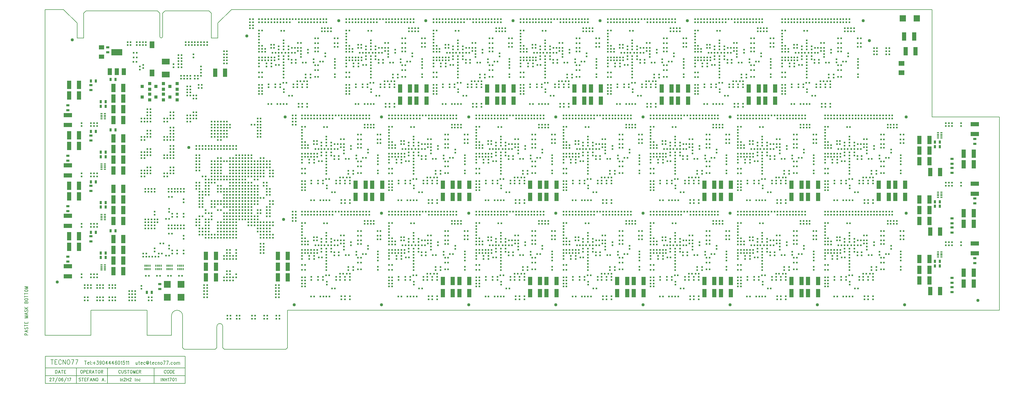
<source format=gbr>
%FSLAX35Y35*%
%MOIN*%
%SFA1.000B1.000*%

G04 Copyright (c) 2015-2018 in2H2 inc.
G04 System developed for in2H2 inc. by Intermotion Technology, Inc.
G04 
G04 Full system RTL, C sources and board design files available at https://github.com/nearist
G04 
G04 in2H2 inc. Team Members:
G04 - Chris McCormick - Algorithm Research and Design
G04 - Matt McCormick - Board Production, System Q/A
G04 
G04 Intermotion Technology Inc. Team Members:
G04 - Mick Fandrich - Project Lead
G04 - Dr. Ludovico Minati - Board Architecture and Design, FPGA Technology Advisor
G04 - Vardan Movsisyan - RTL Team Lead
G04 - Khachatur Gyozalyan - RTL Design
G04 - Tigran Papazyan - RTL Design
G04 - Taron Harutyunyan - RTL Design
G04 - Hayk Ghaltaghchyan - System Software
G04 
G04 Tecno77 S.r.l. Team Members:
G04 - Stefano Aldrigo, Board Layout Design
G04 
G04 We dedicate this project to the memory of Bruce McCormick, an AI pioneer
G04 and advocate, a good friend and father.
G04 
G04 These materials are provided free of charge: you can redistribute them and/or modify  
G04 them under the terms of the GNU General Public License as published by  
G04 the Free Software Foundation, version 3.
G04 
G04 These materials are distributed in the hope that they will be useful, but 
G04 WITHOUT ANY WARRANTY; without even the implied warranty of 
G04 MERCHANTABILITY or FITNESS FOR A PARTICULAR PURPOSE. See the GNU 
G04 General Public License for more details.
G04 In particular, this design should be treated as UNVERIFIED and UNCERTIFIED
G04 
G04 You should have received a copy of the GNU General Public License 
G04 along with this design. If not, see <http://www.gnu.org/licenses/>.

%FSLAX35Y35*%
%MOIN*%
%SFA1.000B1.000*%

%MIA0B0*%
%IPPOS*%
%ADD11C,0.00800*%
%ADD15R,0.01969X0.01969*%
%ADD19R,0.03000X0.04000*%
%ADD25R,0.02000X0.02000*%
%ADD28R,0.04331X0.03937*%
%ADD30R,0.04000X0.03000*%
%ADD36R,0.01181X0.02756*%
%ADD58R,0.01772X0.02756*%
%ADD62C,0.04000*%
%ADD77C,0.00700*%
%ADD86R,0.05500X0.11100*%
%ADD87R,0.11100X0.05500*%
%ADD88R,0.09000X0.09000*%
%ADD89R,0.07100X0.05500*%
%ADD94R,0.05500X0.08500*%
%ADD95R,0.14400X0.08000*%
%ADD96R,0.02756X0.01772*%
%ADD97R,0.02756X0.01181*%
%ADD98R,0.06299X0.08583*%
%ADD99R,0.10236X0.07480*%
%ADD101R,0.08000X0.08000*%
%ADD185R,0.07500X0.06000*%
%LNpastemaskbtm.gb*%
%LPD*%
G54D15*X417717Y488189D03*X421654D03*X379528Y521260D03*Y525197D03*X387402Y521260D03*Y525197D03*X430709Y521260D03*Y525197D03*X458268Y521260D03*Y525197D03*X462205Y521260D03*Y525197D03*X413386Y490157D03*Y486220D03*X417717Y481890D03*X421654D03*X395276Y475984D03*Y472047D03*X413386Y481890D03*X409449D03*X400787Y473622D03*Y477559D03*X407087Y490157D03*Y486220D03*Y473622D03*Y477559D03*X413386Y473622D03*Y477559D03*X396850Y481890D03*X392913D03*X454331Y521260D03*Y525197D03*X400787Y481890D03*X404724D03*X400787Y490157D03*Y486220D03*X447638Y500394D03*X451575D03*X447638Y494094D03*X451575D03*X476772Y500394D03*X472835D03*X476772Y494094D03*X472835D03*X476772Y489567D03*X472835D03*X428740Y445276D03*X424803D03*X425591Y488189D03*X429528D03*X407087Y465748D03*Y469685D03*Y461811D03*Y457874D03*Y450000D03*Y453937D03*X417323Y468898D03*Y472835D03*X431890Y469291D03*X435827D03*X445669Y473622D03*Y469685D03*X447638Y465748D03*X451575D03*X447638Y459449D03*X451575D03*Y450787D03*X447638D03*X391339Y464173D03*Y468110D03*X410630Y443307D03*X406693D03*X387795Y437402D03*Y441339D03*X396457D03*Y437402D03*X402756Y441339D03*Y437402D03*X431102Y441339D03*Y437402D03*X437402Y441339D03*Y437402D03*X473228Y450394D03*Y454331D03*X387402Y415748D03*X391339D03*X426378Y412205D03*Y416142D03*X431102Y412205D03*Y416142D03*X419685Y437402D03*Y441339D03*X437402Y412205D03*Y416142D03*X411024Y415748D03*X407087D03*X399213Y521260D03*Y525197D03*X407087Y521260D03*Y525197D03*X442520Y521260D03*Y525197D03*X456299Y509449D03*Y513386D03*X468110Y509449D03*Y513386D03*X429528Y476378D03*Y480315D03*X401181Y466142D03*X397244D03*X457874Y470472D03*X453937D03*X379528Y456693D03*X375591D03*X379528Y450394D03*X375591D03*X451575Y488189D03*X447638D03*X379528Y440551D03*X375591D03*X379528Y428740D03*X375591D03*X407480Y431102D03*Y435039D03*X399213Y415748D03*X403150D03*X473228Y462205D03*Y466142D03*X379528Y432677D03*X375591D03*X395276Y521260D03*Y525197D03*X403150Y521260D03*Y525197D03*X473228Y474016D03*Y470079D03*X411024Y521260D03*Y525197D03*X438583Y521260D03*Y525197D03*X464173Y509449D03*Y513386D03*X446457Y521260D03*Y525197D03*X379528Y436614D03*X375591D03*X450394Y521260D03*Y525197D03*X460236Y509449D03*Y513386D03*X375591Y490945D03*X379528D03*X407087Y498031D03*Y494094D03*X375591Y483071D03*Y487008D03*X379528Y483071D03*Y487008D03*X383465Y483071D03*Y487008D03*X385039Y468110D03*Y464173D03*X375591Y472047D03*Y475984D03*X379528Y472047D03*Y475984D03*X383465Y472047D03*Y475984D03*X375591Y468110D03*Y464173D03*X422835Y468898D03*Y472835D03*X387402Y472047D03*Y475984D03*X407874Y510236D03*X403937D03*X394882Y488189D03*X390945D03*X425591Y494488D03*X429528D03*X394882Y492126D03*X390945D03*X391339Y472047D03*Y475984D03*Y521260D03*Y525197D03*X434646Y521260D03*Y525197D03*X375591Y521260D03*Y525197D03*X383465Y521260D03*Y525197D03*X426772Y521260D03*Y525197D03*X375591Y494882D03*Y498819D03*X414961Y521260D03*Y525197D03*X418898D03*X422835D03*X375591Y510630D03*X379528D03*X375591Y506693D03*Y502756D03*X441732Y450000D03*Y453937D03*X429528Y484252D03*X425591D03*X438583Y485827D03*Y481890D03*X433465Y445276D03*X437402D03*X424803Y441339D03*Y437402D03*X447638Y483465D03*X451575D03*X435433Y453937D03*Y450000D03*X418110Y426378D03*X414173D03*X460630Y481102D03*Y477165D03*X472835Y364173D03*X476772D03*X434646Y397244D03*Y401181D03*X442520Y397244D03*Y401181D03*X485827Y397244D03*Y401181D03*X513386Y397244D03*Y401181D03*X517323Y397244D03*Y401181D03*X468504Y366142D03*Y362205D03*X472835Y357874D03*X476772D03*X450394Y351969D03*Y348031D03*X468504Y357874D03*X464567D03*X455906Y349606D03*Y353543D03*X462205Y366142D03*Y362205D03*Y349606D03*Y353543D03*X468504Y349606D03*Y353543D03*X451969Y357874D03*X448031D03*X509449Y397244D03*Y401181D03*X455906Y357874D03*X459843D03*X455906Y366142D03*Y362205D03*X502756Y376378D03*X506693D03*X502756Y370079D03*X506693D03*X531890Y376378D03*X527953D03*X531890Y370079D03*X527953D03*X531890Y365551D03*X527953D03*X483858Y321260D03*X479921D03*X480709Y364173D03*X484646D03*X462205Y341732D03*Y345669D03*Y337795D03*Y333858D03*Y325984D03*Y329921D03*X472441Y344882D03*Y348819D03*X487008Y345276D03*X490945D03*X500787Y349606D03*Y345669D03*X502756Y341732D03*X506693D03*X502756Y335433D03*X506693D03*Y326772D03*X502756D03*X446457Y340157D03*Y344094D03*X465748Y319291D03*X461811D03*X442913Y313386D03*Y317323D03*X451575D03*Y313386D03*X457874Y317323D03*Y313386D03*X486220Y317323D03*Y313386D03*X492520Y317323D03*Y313386D03*X528346Y326378D03*Y330315D03*X442520Y291732D03*X446457D03*X481496Y288189D03*Y292126D03*X486220Y288189D03*Y292126D03*X474803Y313386D03*Y317323D03*X492520Y288189D03*Y292126D03*X466142Y291732D03*X462205D03*X454331Y397244D03*Y401181D03*X462205Y397244D03*Y401181D03*X497638Y397244D03*Y401181D03*X511417Y385433D03*Y389370D03*X523228Y385433D03*Y389370D03*X484646Y352362D03*Y356299D03*X456299Y342126D03*X452362D03*X512992Y346457D03*X509055D03*X434646Y332677D03*X430709D03*X434646Y326378D03*X430709D03*X506693Y364173D03*X502756D03*X434646Y316535D03*X430709D03*X434646Y304724D03*X430709D03*X462598Y307087D03*Y311024D03*X454331Y291732D03*X458268D03*X528346Y338189D03*Y342126D03*X434646Y308661D03*X430709D03*X450394Y397244D03*Y401181D03*X458268Y397244D03*Y401181D03*X528346Y350000D03*Y346063D03*X466142Y397244D03*Y401181D03*X493701Y397244D03*Y401181D03*X519291Y385433D03*Y389370D03*X501575Y397244D03*Y401181D03*X434646Y312598D03*X430709D03*X505512Y397244D03*Y401181D03*X515354Y385433D03*Y389370D03*X430709Y366929D03*X434646D03*X462205Y374016D03*Y370079D03*X430709Y359055D03*Y362992D03*X434646Y359055D03*Y362992D03*X438583Y359055D03*Y362992D03*X440157Y344094D03*Y340157D03*X430709Y348031D03*Y351969D03*X434646Y348031D03*Y351969D03*X438583Y348031D03*Y351969D03*X430709Y344094D03*Y340157D03*X477953Y344882D03*Y348819D03*X442520Y348031D03*Y351969D03*X462992Y386220D03*X459055D03*X450000Y364173D03*X446063D03*X480709Y370472D03*X484646D03*X450000Y368110D03*X446063D03*X446457Y348031D03*Y351969D03*Y397244D03*Y401181D03*X489764Y397244D03*Y401181D03*X430709Y397244D03*Y401181D03*X438583Y397244D03*Y401181D03*X481890Y397244D03*Y401181D03*X430709Y370866D03*Y374803D03*X470079Y397244D03*Y401181D03*X474016D03*X477953D03*X430709Y386614D03*X434646D03*X430709Y382677D03*Y378740D03*X496850Y325984D03*Y329921D03*X484646Y360236D03*X480709D03*X493701Y361811D03*Y357874D03*X488583Y321260D03*X492520D03*X479921Y317323D03*Y313386D03*X502756Y359449D03*X506693D03*X490551Y329921D03*Y325984D03*X473228Y302362D03*X469291D03*X515748Y357087D03*Y353150D03*X472835Y240157D03*X476772D03*X434646Y273228D03*Y277165D03*X442520Y273228D03*Y277165D03*X485827Y273228D03*Y277165D03*X513386Y273228D03*Y277165D03*X517323Y273228D03*Y277165D03*X468504Y242126D03*Y238189D03*X472835Y233858D03*X476772D03*X450394Y227953D03*Y224016D03*X468504Y233858D03*X464567D03*X455906Y225591D03*Y229528D03*X462205Y242126D03*Y238189D03*Y225591D03*Y229528D03*X468504Y225591D03*Y229528D03*X451969Y233858D03*X448031D03*X509449Y273228D03*Y277165D03*X455906Y233858D03*X459843D03*X455906Y242126D03*Y238189D03*X502756Y252362D03*X506693D03*X502756Y246063D03*X506693D03*X531890Y252362D03*X527953D03*X531890Y246063D03*X527953D03*X531890Y241535D03*X527953D03*X483858Y197244D03*X479921D03*X480709Y240157D03*X484646D03*X462205Y217717D03*Y221654D03*Y213780D03*Y209843D03*Y201969D03*Y205906D03*X472441Y220866D03*Y224803D03*X487008Y221260D03*X490945D03*X500787Y225591D03*Y221654D03*X502756Y217717D03*X506693D03*X502756Y211417D03*X506693D03*Y202756D03*X502756D03*X446457Y216142D03*Y220079D03*X465748Y195276D03*X461811D03*X442913Y189370D03*Y193307D03*X451575D03*Y189370D03*X457874Y193307D03*Y189370D03*X486220Y193307D03*Y189370D03*X492520Y193307D03*Y189370D03*X528346Y202362D03*Y206299D03*X442520Y167717D03*X446457D03*X481496Y164173D03*Y168110D03*X486220Y164173D03*Y168110D03*X474803Y189370D03*Y193307D03*X492520Y164173D03*Y168110D03*X466142Y167717D03*X462205D03*X454331Y273228D03*Y277165D03*X462205Y273228D03*Y277165D03*X497638Y273228D03*Y277165D03*X511417Y261417D03*Y265354D03*X523228Y261417D03*Y265354D03*X484646Y228346D03*Y232283D03*X456299Y218110D03*X452362D03*X512992Y222441D03*X509055D03*X434646Y208661D03*X430709D03*X434646Y202362D03*X430709D03*X506693Y240157D03*X502756D03*X434646Y192520D03*X430709D03*X434646Y180709D03*X430709D03*X462598Y183071D03*Y187008D03*X454331Y167717D03*X458268D03*X528346Y214173D03*Y218110D03*X434646Y184646D03*X430709D03*X450394Y273228D03*Y277165D03*X458268Y273228D03*Y277165D03*X528346Y225984D03*Y222047D03*X466142Y273228D03*Y277165D03*X493701Y273228D03*Y277165D03*X519291Y261417D03*Y265354D03*X501575Y273228D03*Y277165D03*X434646Y188583D03*X430709D03*X505512Y273228D03*Y277165D03*X515354Y261417D03*Y265354D03*X430709Y242913D03*X434646D03*X462205Y250000D03*Y246063D03*X430709Y235039D03*Y238976D03*X434646Y235039D03*Y238976D03*X438583Y235039D03*Y238976D03*X440157Y220079D03*Y216142D03*X430709Y224016D03*Y227953D03*X434646Y224016D03*Y227953D03*X438583Y224016D03*Y227953D03*X430709Y220079D03*Y216142D03*X477953Y220866D03*Y224803D03*X442520Y224016D03*Y227953D03*X462992Y262205D03*X459055D03*X450000Y240157D03*X446063D03*X480709Y246457D03*X484646D03*X450000Y244094D03*X446063D03*X446457Y224016D03*Y227953D03*Y273228D03*Y277165D03*X489764Y273228D03*Y277165D03*X430709Y273228D03*Y277165D03*X438583Y273228D03*Y277165D03*X481890Y273228D03*Y277165D03*X430709Y246850D03*Y250787D03*X470079Y273228D03*Y277165D03*X474016D03*X477953D03*X430709Y262598D03*X434646D03*X430709Y258661D03*Y254724D03*X496850Y201969D03*Y205906D03*X484646Y236220D03*X480709D03*X493701Y237795D03*Y233858D03*X488583Y197244D03*X492520D03*X479921Y193307D03*Y189370D03*X502756Y235433D03*X506693D03*X490551Y205906D03*Y201969D03*X473228Y178346D03*X469291D03*X515748Y233071D03*Y229134D03*X491732Y521260D03*Y525197D03*X499606Y521260D03*Y525197D03*X542913Y521260D03*Y525197D03*X570472Y521260D03*Y525197D03*X574409Y521260D03*Y525197D03*X566535Y521260D03*Y525197D03*X511417Y521260D03*Y525197D03*X519291Y521260D03*Y525197D03*X554724Y521260D03*Y525197D03*X507480Y521260D03*Y525197D03*X515354Y521260D03*Y525197D03*X523228Y521260D03*Y525197D03*X550787Y521260D03*Y525197D03*X558661Y521260D03*Y525197D03*X562598Y521260D03*Y525197D03*X520079Y510236D03*X516142D03*X503543Y521260D03*Y525197D03*X546850Y521260D03*Y525197D03*X487795Y521260D03*Y525197D03*X495669Y521260D03*Y525197D03*X538976Y521260D03*Y525197D03*X487795Y494882D03*Y498819D03*X527165Y521260D03*Y525197D03*X531102D03*X535039D03*X487795Y510630D03*X491732D03*X487795Y506693D03*Y502756D03*X546850Y397244D03*Y401181D03*X554724Y397244D03*Y401181D03*X598031Y397244D03*Y401181D03*X625591Y397244D03*Y401181D03*X799606Y386220D03*X795669D03*X629528Y397244D03*Y401181D03*X621654Y397244D03*Y401181D03*X566535Y397244D03*Y401181D03*X574409Y397244D03*Y401181D03*X609843Y397244D03*Y401181D03*X562598Y397244D03*Y401181D03*X570472Y397244D03*Y401181D03*X578346Y397244D03*Y401181D03*X605906Y397244D03*Y401181D03*X613780Y397244D03*Y401181D03*X617717Y397244D03*Y401181D03*X575197Y386220D03*X571260D03*X558661Y397244D03*Y401181D03*X601969Y397244D03*Y401181D03*X542913Y397244D03*Y401181D03*X550787Y397244D03*Y401181D03*X594094Y397244D03*Y401181D03*X542913Y370866D03*Y374803D03*X582283Y397244D03*Y401181D03*X586220D03*X590157D03*X542913Y386614D03*X546850D03*X542913Y382677D03*Y378740D03*X546850Y273228D03*Y277165D03*X554724Y273228D03*Y277165D03*X598031Y273228D03*Y277165D03*X625591Y273228D03*Y277165D03*X629528Y273228D03*Y277165D03*X621654Y273228D03*Y277165D03*X566535Y273228D03*Y277165D03*X574409Y273228D03*Y277165D03*X609843Y273228D03*Y277165D03*X562598Y273228D03*Y277165D03*X570472Y273228D03*Y277165D03*X578346Y273228D03*Y277165D03*X605906Y273228D03*Y277165D03*X613780Y273228D03*Y277165D03*X617717Y273228D03*Y277165D03*X575197Y262205D03*X571260D03*X558661Y273228D03*Y277165D03*X601969Y273228D03*Y277165D03*X542913Y273228D03*Y277165D03*X550787Y273228D03*Y277165D03*X594094Y273228D03*Y277165D03*X542913Y246850D03*Y250787D03*X582283Y273228D03*Y277165D03*X586220D03*X590157D03*X542913Y262598D03*X546850D03*X542913Y258661D03*Y254724D03*X603937Y521260D03*Y525197D03*X611811Y521260D03*Y525197D03*X655118Y521260D03*Y525197D03*X682677Y521260D03*Y525197D03*X686614Y521260D03*Y525197D03*X678740Y521260D03*Y525197D03*X623622Y521260D03*Y525197D03*X631496Y521260D03*Y525197D03*X666929Y521260D03*Y525197D03*X619685Y521260D03*Y525197D03*X627559Y521260D03*Y525197D03*X635433Y521260D03*Y525197D03*X662992Y521260D03*Y525197D03*X670866Y521260D03*Y525197D03*X674803Y521260D03*Y525197D03*X632283Y510236D03*X628346D03*X615748Y521260D03*Y525197D03*X659055Y521260D03*Y525197D03*X600000Y521260D03*Y525197D03*X607874Y521260D03*Y525197D03*X651181Y521260D03*Y525197D03*X600000Y494882D03*Y498819D03*X639370Y521260D03*Y525197D03*X643307D03*X647244D03*X600000Y510630D03*X603937D03*X600000Y506693D03*Y502756D03*X659055Y397244D03*Y401181D03*X666929Y397244D03*Y401181D03*X710236Y397244D03*Y401181D03*X737795Y397244D03*Y401181D03*X741732Y397244D03*Y401181D03*X733858Y397244D03*Y401181D03*X678740Y397244D03*Y401181D03*X686614Y397244D03*Y401181D03*X722047Y397244D03*Y401181D03*X674803Y397244D03*Y401181D03*X682677Y397244D03*Y401181D03*X690551Y397244D03*Y401181D03*X718110Y397244D03*Y401181D03*X725984Y397244D03*Y401181D03*X729921Y397244D03*Y401181D03*X687402Y386220D03*X683465D03*X670866Y397244D03*Y401181D03*X714173Y397244D03*Y401181D03*X655118Y397244D03*Y401181D03*X662992Y397244D03*Y401181D03*X706299Y397244D03*Y401181D03*X655118Y370866D03*Y374803D03*X694488Y397244D03*Y401181D03*X698425D03*X702362D03*X655118Y386614D03*X659055D03*X655118Y382677D03*Y378740D03*X659055Y273228D03*Y277165D03*X666929Y273228D03*Y277165D03*X710236Y273228D03*Y277165D03*X737795Y273228D03*Y277165D03*X911811Y262205D03*X907874D03*X741732Y273228D03*Y277165D03*X733858Y273228D03*Y277165D03*X678740Y273228D03*Y277165D03*X686614Y273228D03*Y277165D03*X722047Y273228D03*Y277165D03*X674803Y273228D03*Y277165D03*X682677Y273228D03*Y277165D03*X690551Y273228D03*Y277165D03*X718110Y273228D03*Y277165D03*X725984Y273228D03*Y277165D03*X729921Y273228D03*Y277165D03*X687402Y262205D03*X683465D03*X670866Y273228D03*Y277165D03*X714173Y273228D03*Y277165D03*X655118Y273228D03*Y277165D03*X662992Y273228D03*Y277165D03*X706299Y273228D03*Y277165D03*X655118Y246850D03*Y250787D03*X694488Y273228D03*Y277165D03*X698425D03*X702362D03*X655118Y262598D03*X659055D03*X655118Y258661D03*Y254724D03*X716142Y521260D03*Y525197D03*X724016Y521260D03*Y525197D03*X767323Y521260D03*Y525197D03*X794882Y521260D03*Y525197D03*X798819Y521260D03*Y525197D03*X790945Y521260D03*Y525197D03*X735827Y521260D03*Y525197D03*X743701Y521260D03*Y525197D03*X779134Y521260D03*Y525197D03*X731890Y521260D03*Y525197D03*X739764Y521260D03*Y525197D03*X747638Y521260D03*Y525197D03*X775197Y521260D03*Y525197D03*X783071Y521260D03*Y525197D03*X787008Y521260D03*Y525197D03*X743701Y498031D03*Y494094D03*X727953Y521260D03*Y525197D03*X771260Y521260D03*Y525197D03*X712205Y521260D03*Y525197D03*X720079Y521260D03*Y525197D03*X763386Y521260D03*Y525197D03*X712205Y494882D03*Y498819D03*X751575Y521260D03*Y525197D03*X755512D03*X759449D03*X712205Y510630D03*X716142D03*X712205Y506693D03*Y502756D03*X771260Y397244D03*Y401181D03*X779134Y397244D03*Y401181D03*X822441Y397244D03*Y401181D03*X850000Y397244D03*Y401181D03*X853937Y397244D03*Y401181D03*X846063Y397244D03*Y401181D03*X790945Y397244D03*Y401181D03*X798819Y397244D03*Y401181D03*X834252Y397244D03*Y401181D03*X787008Y397244D03*Y401181D03*X794882Y397244D03*Y401181D03*X802756Y397244D03*Y401181D03*X830315Y397244D03*Y401181D03*X838189Y397244D03*Y401181D03*X842126Y397244D03*Y401181D03*X783071Y397244D03*Y401181D03*X826378Y397244D03*Y401181D03*X767323Y397244D03*Y401181D03*X775197Y397244D03*Y401181D03*X818504Y397244D03*Y401181D03*X767323Y370866D03*Y374803D03*X806693Y397244D03*Y401181D03*X810630D03*X814567D03*X767323Y386614D03*X771260D03*X767323Y382677D03*Y378740D03*X771260Y273228D03*Y277165D03*X779134Y273228D03*Y277165D03*X822441Y273228D03*Y277165D03*X850000Y273228D03*Y277165D03*X853937Y273228D03*Y277165D03*X846063Y273228D03*Y277165D03*X790945Y273228D03*Y277165D03*X798819Y273228D03*Y277165D03*X834252Y273228D03*Y277165D03*X787008Y273228D03*Y277165D03*X794882Y273228D03*Y277165D03*X802756Y273228D03*Y277165D03*X830315Y273228D03*Y277165D03*X838189Y273228D03*Y277165D03*X842126Y273228D03*Y277165D03*X799606Y262205D03*X795669D03*X783071Y273228D03*Y277165D03*X826378Y273228D03*Y277165D03*X767323Y273228D03*Y277165D03*X775197Y273228D03*Y277165D03*X818504Y273228D03*Y277165D03*X767323Y246850D03*Y250787D03*X806693Y273228D03*Y277165D03*X810630D03*X814567D03*X767323Y262598D03*X771260D03*X767323Y258661D03*Y254724D03*X828346Y521260D03*Y525197D03*X836220Y521260D03*Y525197D03*X879528Y521260D03*Y525197D03*X907087Y521260D03*Y525197D03*X911024Y521260D03*Y525197D03*X903150Y521260D03*Y525197D03*X848031Y521260D03*Y525197D03*X855906Y521260D03*Y525197D03*X891339Y521260D03*Y525197D03*X844094Y521260D03*Y525197D03*X851969Y521260D03*Y525197D03*X859843Y521260D03*Y525197D03*X887402Y521260D03*Y525197D03*X895276Y521260D03*Y525197D03*X899213Y521260D03*Y525197D03*X856693Y510236D03*X852756D03*X840157Y521260D03*Y525197D03*X883465Y521260D03*Y525197D03*X824409Y521260D03*Y525197D03*X832283Y521260D03*Y525197D03*X875591Y521260D03*Y525197D03*X824409Y494882D03*Y498819D03*X863780Y521260D03*Y525197D03*X867717D03*X871654D03*X824409Y510630D03*X828346D03*X824409Y506693D03*Y502756D03*X883465Y397244D03*Y401181D03*X891339Y397244D03*Y401181D03*X934646Y397244D03*Y401181D03*X962205Y397244D03*Y401181D03*X966142Y397244D03*Y401181D03*X958268Y397244D03*Y401181D03*X903150Y397244D03*Y401181D03*X911024Y397244D03*Y401181D03*X946457Y397244D03*Y401181D03*X899213Y397244D03*Y401181D03*X907087Y397244D03*Y401181D03*X914961Y397244D03*Y401181D03*X942520Y397244D03*Y401181D03*X950394Y397244D03*Y401181D03*X954331Y397244D03*Y401181D03*X911811Y386220D03*X907874D03*X895276Y397244D03*Y401181D03*X938583Y397244D03*Y401181D03*X879528Y397244D03*Y401181D03*X887402Y397244D03*Y401181D03*X930709Y397244D03*Y401181D03*X879528Y370866D03*Y374803D03*X918898Y397244D03*Y401181D03*X922835D03*X926772D03*X879528Y386614D03*X883465D03*X879528Y382677D03*Y378740D03*X883465Y273228D03*Y277165D03*X891339Y273228D03*Y277165D03*X934646Y273228D03*Y277165D03*X962205Y273228D03*Y277165D03*X966142Y273228D03*Y277165D03*X958268Y273228D03*Y277165D03*X903150Y273228D03*Y277165D03*X911024Y273228D03*Y277165D03*X946457Y273228D03*Y277165D03*X899213Y273228D03*Y277165D03*X907087Y273228D03*Y277165D03*X914961Y273228D03*Y277165D03*X942520Y273228D03*Y277165D03*X950394Y273228D03*Y277165D03*X954331Y273228D03*Y277165D03*X895276Y273228D03*Y277165D03*X938583Y273228D03*Y277165D03*X879528Y273228D03*Y277165D03*X887402Y273228D03*Y277165D03*X930709Y273228D03*Y277165D03*X879528Y246850D03*Y250787D03*X918898Y273228D03*Y277165D03*X922835D03*X926772D03*X879528Y262598D03*X883465D03*X879528Y258661D03*Y254724D03*X940551Y521260D03*Y525197D03*X948425Y521260D03*Y525197D03*X991732Y521260D03*Y525197D03*X1019291Y521260D03*Y525197D03*X1023228Y521260D03*Y525197D03*X1015354Y521260D03*Y525197D03*X960236Y521260D03*Y525197D03*X968110Y521260D03*Y525197D03*X1003543Y521260D03*Y525197D03*X956299Y521260D03*Y525197D03*X964173Y521260D03*Y525197D03*X972047Y521260D03*Y525197D03*X999606Y521260D03*Y525197D03*X1007480Y521260D03*Y525197D03*X1011417Y521260D03*Y525197D03*X968898Y510236D03*X964961D03*X952362Y521260D03*Y525197D03*X995669Y521260D03*Y525197D03*X936614Y521260D03*Y525197D03*X944488Y521260D03*Y525197D03*X987795Y521260D03*Y525197D03*X936614Y494882D03*Y498819D03*X975984Y521260D03*Y525197D03*X979921D03*X983858D03*X936614Y510630D03*X940551D03*X936614Y506693D03*Y502756D03*X995669Y397244D03*Y401181D03*X1003543Y397244D03*Y401181D03*X1046850Y397244D03*Y401181D03*X1074409Y397244D03*Y401181D03*X1078346Y397244D03*Y401181D03*X1070472Y397244D03*Y401181D03*X1015354Y397244D03*Y401181D03*X1023228Y397244D03*Y401181D03*X1058661Y397244D03*Y401181D03*X1011417Y397244D03*Y401181D03*X1019291Y397244D03*Y401181D03*X1027165Y397244D03*Y401181D03*X1054724Y397244D03*Y401181D03*X1062598Y397244D03*Y401181D03*X1066535Y397244D03*Y401181D03*X1024016Y386220D03*X1020079D03*X1007480Y397244D03*Y401181D03*X1050787Y397244D03*Y401181D03*X991732Y397244D03*Y401181D03*X999606Y397244D03*Y401181D03*X1042913Y397244D03*Y401181D03*X991732Y370866D03*Y374803D03*X1031102Y397244D03*Y401181D03*X1035039D03*X1038976D03*X991732Y386614D03*X995669D03*X991732Y382677D03*Y378740D03*X995669Y273228D03*Y277165D03*X1003543Y273228D03*Y277165D03*X1046850Y273228D03*Y277165D03*X1074409Y273228D03*Y277165D03*X1078346Y273228D03*Y277165D03*X1070472Y273228D03*Y277165D03*X1015354Y273228D03*Y277165D03*X1023228Y273228D03*Y277165D03*X1058661Y273228D03*Y277165D03*X1011417Y273228D03*Y277165D03*X1019291Y273228D03*Y277165D03*X1027165Y273228D03*Y277165D03*X1054724Y273228D03*Y277165D03*X1062598Y273228D03*Y277165D03*X1066535Y273228D03*Y277165D03*X1024016Y262205D03*X1020079D03*X1007480Y273228D03*Y277165D03*X1050787Y273228D03*Y277165D03*X991732Y273228D03*Y277165D03*X999606Y273228D03*Y277165D03*X1042913Y273228D03*Y277165D03*X991732Y246850D03*Y250787D03*X1031102Y273228D03*Y277165D03*X1035039D03*X1038976D03*X991732Y262598D03*X995669D03*X991732Y258661D03*Y254724D03*X1090945Y488189D03*X1094882D03*X1052756Y521260D03*Y525197D03*X1060630Y521260D03*Y525197D03*X1103937Y521260D03*Y525197D03*X1131496Y521260D03*Y525197D03*X1135433Y521260D03*Y525197D03*X1086614Y490157D03*Y486220D03*X1090945Y481890D03*X1094882D03*X1068504Y475984D03*Y472047D03*X1086614Y481890D03*X1082677D03*X1074016Y473622D03*Y477559D03*X1080315Y490157D03*Y486220D03*Y473622D03*Y477559D03*X1086614Y473622D03*Y477559D03*X1070079Y481890D03*X1066142D03*X1127559Y521260D03*Y525197D03*X1074016Y481890D03*X1077953D03*X1074016Y490157D03*Y486220D03*X1120866Y500394D03*X1124803D03*X1120866Y494094D03*X1124803D03*X1150000Y500394D03*X1146063D03*X1150000Y494094D03*X1146063D03*X1150000Y489567D03*X1146063D03*X1101969Y445276D03*X1098031D03*X1098819Y488189D03*X1102756D03*X1080315Y465748D03*Y469685D03*Y461811D03*Y457874D03*Y450000D03*Y453937D03*X1090551Y468898D03*Y472835D03*X1105118Y469291D03*X1109055D03*X1118898Y473622D03*Y469685D03*X1120866Y465748D03*X1124803D03*X1120866Y459449D03*X1124803D03*Y450787D03*X1120866D03*X1064567Y464173D03*Y468110D03*X1083858Y443307D03*X1079921D03*X1061024Y437402D03*Y441339D03*X1069685D03*Y437402D03*X1075984Y441339D03*Y437402D03*X1104331Y441339D03*Y437402D03*X1110630Y441339D03*Y437402D03*X1146457Y450394D03*Y454331D03*X1060630Y415748D03*X1064567D03*X1099606Y412205D03*Y416142D03*X1104331Y412205D03*Y416142D03*X1092913Y437402D03*Y441339D03*X1110630Y412205D03*Y416142D03*X1084252Y415748D03*X1080315D03*X1072441Y521260D03*Y525197D03*X1080315Y521260D03*Y525197D03*X1115748Y521260D03*Y525197D03*X1129528Y509449D03*Y513386D03*X1141339Y509449D03*Y513386D03*X1102756Y476378D03*Y480315D03*X1074409Y466142D03*X1070472D03*X1131102Y470472D03*X1127165D03*X1052756Y456693D03*X1048819D03*X1052756Y450394D03*X1048819D03*X1124803Y488189D03*X1120866D03*X1052756Y440551D03*X1048819D03*X1052756Y428740D03*X1048819D03*X1080709Y431102D03*Y435039D03*X1072441Y415748D03*X1076378D03*X1146457Y462205D03*Y466142D03*X1052756Y432677D03*X1048819D03*X1068504Y521260D03*Y525197D03*X1076378Y521260D03*Y525197D03*X1146457Y474016D03*Y470079D03*X1084252Y521260D03*Y525197D03*X1111811Y521260D03*Y525197D03*X1137402Y509449D03*Y513386D03*X1119685Y521260D03*Y525197D03*X1052756Y436614D03*X1048819D03*X1123622Y521260D03*Y525197D03*X1133465Y509449D03*Y513386D03*X1048819Y490945D03*X1052756D03*X1080315Y498031D03*Y494094D03*X1048819Y483071D03*Y487008D03*X1052756Y483071D03*Y487008D03*X1056693Y483071D03*Y487008D03*X1058268Y468110D03*Y464173D03*X1048819Y472047D03*Y475984D03*X1052756Y472047D03*Y475984D03*X1056693Y472047D03*Y475984D03*X1048819Y468110D03*Y464173D03*X1096063Y468898D03*Y472835D03*X1060630Y472047D03*Y475984D03*X1081102Y510236D03*X1077165D03*X1068110Y488189D03*X1064173D03*X1098819Y494488D03*X1102756D03*X1068110Y492126D03*X1064173D03*X1064567Y472047D03*Y475984D03*Y521260D03*Y525197D03*X1107874Y521260D03*Y525197D03*X1048819Y521260D03*Y525197D03*X1056693Y521260D03*Y525197D03*X1048819Y494882D03*Y498819D03*X1088189Y521260D03*Y525197D03*X1092126Y521260D03*X1096063D03*X1092126Y525197D03*X1096063D03*X1048819Y510630D03*X1052756D03*X1048819Y506693D03*Y502756D03*X1114961Y450000D03*Y453937D03*X1102756Y484252D03*X1098819D03*X1111811Y485827D03*Y481890D03*X1106693Y445276D03*X1110630D03*X1098031Y441339D03*Y437402D03*X1120866Y483465D03*X1124803D03*X1108661Y453937D03*Y450000D03*X1091339Y426378D03*X1087402D03*X1133858Y481102D03*Y477165D03*X1146063Y364173D03*X1150000D03*X1107874Y397244D03*Y401181D03*X1115748Y397244D03*Y401181D03*X1159055Y397244D03*Y401181D03*X1186614Y397244D03*Y401181D03*X1190551Y397244D03*Y401181D03*X1141732Y366142D03*Y362205D03*X1146063Y357874D03*X1150000D03*X1123622Y351969D03*Y348031D03*X1141732Y357874D03*X1137795D03*X1129134Y349606D03*Y353543D03*X1135433Y366142D03*Y362205D03*Y349606D03*Y353543D03*X1141732Y349606D03*Y353543D03*X1125197Y357874D03*X1121260D03*X1182677Y397244D03*Y401181D03*X1129134Y357874D03*X1133071D03*X1129134Y366142D03*Y362205D03*X1175984Y376378D03*X1179921D03*X1175984Y370079D03*X1179921D03*X1205118Y376378D03*X1201181D03*X1205118Y370079D03*X1201181D03*X1205118Y365551D03*X1201181D03*X1157087Y321260D03*X1153150D03*X1153937Y364173D03*X1157874D03*X1135433Y341732D03*Y345669D03*Y337795D03*Y333858D03*Y325984D03*Y329921D03*X1145669Y344882D03*Y348819D03*X1160236Y345276D03*X1164173D03*X1174016Y349606D03*Y345669D03*X1175984Y341732D03*X1179921D03*X1175984Y335433D03*X1179921D03*Y326772D03*X1175984D03*X1119685Y340157D03*Y344094D03*X1138976Y319291D03*X1135039D03*X1116142Y313386D03*Y317323D03*X1124803D03*Y313386D03*X1131102Y317323D03*Y313386D03*X1159449Y317323D03*Y313386D03*X1165748Y317323D03*Y313386D03*X1201575Y326378D03*Y330315D03*X1115748Y291732D03*X1119685D03*X1154724Y288189D03*Y292126D03*X1159449Y288189D03*Y292126D03*X1148031Y313386D03*Y317323D03*X1165748Y288189D03*Y292126D03*X1139370Y291732D03*X1135433D03*X1127559Y397244D03*Y401181D03*X1135433Y397244D03*Y401181D03*X1170866Y397244D03*Y401181D03*X1184646Y385433D03*Y389370D03*X1196457Y385433D03*Y389370D03*X1157874Y352362D03*Y356299D03*X1129528Y342126D03*X1125591D03*X1186220Y346457D03*X1182283D03*X1107874Y332677D03*X1103937D03*X1107874Y326378D03*X1103937D03*X1179921Y364173D03*X1175984D03*X1107874Y316535D03*X1103937D03*X1107874Y304724D03*X1103937D03*X1135827Y307087D03*Y311024D03*X1127559Y291732D03*X1131496D03*X1201575Y338189D03*Y342126D03*X1107874Y308661D03*X1103937D03*X1123622Y397244D03*Y401181D03*X1131496Y397244D03*Y401181D03*X1201575Y350000D03*Y346063D03*X1139370Y397244D03*Y401181D03*X1166929Y397244D03*Y401181D03*X1192520Y385433D03*Y389370D03*X1174803Y397244D03*Y401181D03*X1107874Y312598D03*X1103937D03*X1178740Y397244D03*Y401181D03*X1188583Y385433D03*Y389370D03*X1103937Y366929D03*X1107874D03*X1135433Y374016D03*Y370079D03*X1103937Y359055D03*Y362992D03*X1107874Y359055D03*Y362992D03*X1111811Y359055D03*Y362992D03*X1113386Y344094D03*Y340157D03*X1103937Y348031D03*Y351969D03*X1107874Y348031D03*Y351969D03*X1111811Y348031D03*Y351969D03*X1103937Y344094D03*Y340157D03*X1151181Y344882D03*Y348819D03*X1115748Y348031D03*Y351969D03*X1136220Y386220D03*X1132283D03*X1123228Y364173D03*X1119291D03*X1153937Y370472D03*X1157874D03*X1123228Y368110D03*X1119291D03*X1119685Y348031D03*Y351969D03*Y397244D03*Y401181D03*X1162992Y397244D03*Y401181D03*X1103937Y397244D03*Y401181D03*X1111811Y397244D03*Y401181D03*X1103937Y370866D03*Y374803D03*X1143307Y397244D03*Y401181D03*X1147244Y397244D03*X1151181D03*X1147244Y401181D03*X1151181D03*X1103937Y386614D03*X1107874D03*X1103937Y382677D03*Y378740D03*X1170079Y325984D03*Y329921D03*X1157874Y360236D03*X1153937D03*X1166929Y361811D03*Y357874D03*X1161811Y321260D03*X1165748D03*X1153150Y317323D03*Y313386D03*X1175984Y359449D03*X1179921D03*X1163780Y329921D03*Y325984D03*X1146457Y302362D03*X1142520D03*X1188976Y357087D03*Y353150D03*X1146063Y240157D03*X1150000D03*X1107874Y273228D03*Y277165D03*X1115748Y273228D03*Y277165D03*X1159055Y273228D03*Y277165D03*X1186614Y273228D03*Y277165D03*X1190551Y273228D03*Y277165D03*X1141732Y242126D03*Y238189D03*X1146063Y233858D03*X1150000D03*X1123622Y227953D03*Y224016D03*X1141732Y233858D03*X1137795D03*X1129134Y225591D03*Y229528D03*X1135433Y242126D03*Y238189D03*Y225591D03*Y229528D03*X1141732Y225591D03*Y229528D03*X1125197Y233858D03*X1121260D03*X1182677Y273228D03*Y277165D03*X1129134Y233858D03*X1133071D03*X1129134Y242126D03*Y238189D03*X1175984Y252362D03*X1179921D03*X1175984Y246063D03*X1179921D03*X1205118Y252362D03*X1201181D03*X1205118Y246063D03*X1201181D03*X1205118Y241535D03*X1201181D03*X1157087Y197244D03*X1153150D03*X1153937Y240157D03*X1157874D03*X1135433Y217717D03*Y221654D03*Y213780D03*Y209843D03*Y201969D03*Y205906D03*X1145669Y220866D03*Y224803D03*X1160236Y221260D03*X1164173D03*X1174016Y225591D03*Y221654D03*X1175984Y217717D03*X1179921D03*X1175984Y211417D03*X1179921D03*Y202756D03*X1175984D03*X1119685Y216142D03*Y220079D03*X1138976Y195276D03*X1135039D03*X1116142Y189370D03*Y193307D03*X1124803D03*Y189370D03*X1131102Y193307D03*Y189370D03*X1159449Y193307D03*Y189370D03*X1165748Y193307D03*Y189370D03*X1201575Y202362D03*Y206299D03*X1115748Y167717D03*X1119685D03*X1154724Y164173D03*Y168110D03*X1159449Y164173D03*Y168110D03*X1148031Y189370D03*Y193307D03*X1165748Y164173D03*Y168110D03*X1139370Y167717D03*X1135433D03*X1127559Y273228D03*Y277165D03*X1135433Y273228D03*Y277165D03*X1170866Y273228D03*Y277165D03*X1184646Y261417D03*Y265354D03*X1196457Y261417D03*Y265354D03*X1157874Y228346D03*Y232283D03*X1129528Y218110D03*X1125591D03*X1186220Y222441D03*X1182283D03*X1107874Y208661D03*X1103937D03*X1107874Y202362D03*X1103937D03*X1179921Y240157D03*X1175984D03*X1107874Y192520D03*X1103937D03*X1107874Y180709D03*X1103937D03*X1135827Y183071D03*Y187008D03*X1127559Y167717D03*X1131496D03*X1201575Y214173D03*Y218110D03*X1107874Y184646D03*X1103937D03*X1123622Y273228D03*Y277165D03*X1131496Y273228D03*Y277165D03*X1201575Y225984D03*Y222047D03*X1139370Y273228D03*Y277165D03*X1166929Y273228D03*Y277165D03*X1192520Y261417D03*Y265354D03*X1174803Y273228D03*Y277165D03*X1107874Y188583D03*X1103937D03*X1178740Y273228D03*Y277165D03*X1188583Y261417D03*Y265354D03*X1103937Y242913D03*X1107874D03*X1135433Y250000D03*Y246063D03*X1103937Y235039D03*Y238976D03*X1107874Y235039D03*Y238976D03*X1111811Y235039D03*Y238976D03*X1113386Y220079D03*Y216142D03*X1103937Y224016D03*Y227953D03*X1107874Y224016D03*Y227953D03*X1111811Y224016D03*Y227953D03*X1103937Y220079D03*Y216142D03*X1151181Y220866D03*Y224803D03*X1115748Y224016D03*Y227953D03*X1136220Y262205D03*X1132283D03*X1123228Y240157D03*X1119291D03*X1153937Y246457D03*X1157874D03*X1123228Y244094D03*X1119291D03*X1119685Y224016D03*Y227953D03*Y273228D03*Y277165D03*X1162992Y273228D03*Y277165D03*X1103937Y273228D03*Y277165D03*X1111811Y273228D03*Y277165D03*X1103937Y246850D03*Y250787D03*X1143307Y273228D03*Y277165D03*X1147244Y273228D03*X1151181D03*X1147244Y277165D03*X1151181D03*X1103937Y262598D03*X1107874D03*X1103937Y258661D03*Y254724D03*X1170079Y201969D03*Y205906D03*X1157874Y236220D03*X1153937D03*X1166929Y237795D03*Y233858D03*X1161811Y197244D03*X1165748D03*X1153150Y193307D03*Y189370D03*X1175984Y235433D03*X1179921D03*X1163780Y205906D03*Y201969D03*X1146457Y178346D03*X1142520D03*X1188976Y233071D03*Y229134D03*X224016Y369685D03*Y373622D03*X159055Y261417D03*Y257480D03*X227953Y346063D03*Y350000D03*X1279134Y314567D03*Y310630D03*X1267323D03*Y314567D03*X224016Y346063D03*Y350000D03*X147244Y322441D03*Y326378D03*X290945Y422835D03*Y426772D03*X159055Y326378D03*Y322441D03*X294882Y422835D03*Y426772D03*X147244Y192520D03*Y196457D03*X257480Y346063D03*Y350000D03*X159055Y196457D03*Y192520D03*X1279134Y237795D03*Y233858D03*X253543Y346063D03*Y350000D03*X1267323Y233858D03*Y237795D03*X294882Y346063D03*X298819D03*Y334252D03*X294882D03*X389370Y298819D03*X385433D03*X257480Y322441D03*Y326378D03*X322441Y342126D03*X326378D03*X302756Y322441D03*X306693D03*X365748Y290945D03*X361811D03*X314567Y338189D03*X318504D03*X314567Y326378D03*X318504D03*Y314567D03*X314567D03*Y271260D03*Y267323D03*X322441Y263386D03*X326378D03*Y251575D03*X322441D03*X314567Y334252D03*X318504D03*X253543Y322441D03*Y326378D03*X298819Y330315D03*X294882D03*X322441Y338189D03*X326378D03*Y326378D03*X322441D03*X314567Y322441D03*X318504D03*X294882Y342126D03*X298819D03*X326378Y318504D03*X322441D03*X326378Y322441D03*X322441D03*X306693Y318504D03*X310630D03*X306693Y314567D03*X310630D03*X326378Y330315D03*X322441D03*X227953Y322441D03*Y326378D03*X294882Y306693D03*X298819D03*X306693Y310630D03*X310630D03*X393307Y287008D03*X389370D03*X330315Y318504D03*X334252D03*X326378Y290945D03*X322441D03*X377559Y334252D03*X381496D03*Y322441D03*X377559D03*X373622Y306693D03*X369685D03*X377559Y294882D03*X381496D03*X385433Y283071D03*X389370D03*X224016Y322441D03*Y326378D03*X385433Y271260D03*X389370D03*X326378Y287008D03*X322441D03*X294882Y314567D03*X298819D03*X294882Y259449D03*X298819D03*Y247638D03*X302756D03*X322441Y259449D03*X326378D03*Y243701D03*X322441D03*X334252Y306693D03*X330315D03*X342126Y283071D03*X338189D03*X326378Y279134D03*X322441D03*X373622D03*X377559D03*X302756Y271260D03*X298819D03*X294882Y267323D03*X298819D03*X294882Y350000D03*X298819D03*X322441Y346063D03*X326378D03*X314567Y342126D03*X318504D03*X298819Y338189D03*X294882D03*X377559D03*X381496D03*X314567Y330315D03*X318504D03*X334252Y263386D03*X330315D03*X393307Y259449D03*Y263386D03*X385433Y275197D03*X389370D03*X369685Y287008D03*X373622D03*X381496Y330315D03*X377559D03*X393307Y322441D03*X389370D03*X334252Y267323D03*X330315D03*X377559Y263386D03*X381496D03*X306693Y259449D03*X310630D03*X298819Y255512D03*X302756D03*X389370Y259449D03*X385433D03*X314567Y247638D03*X318504D03*X393307Y330315D03*X389370D03*X294882Y310630D03*X298819D03*X294882Y263386D03*X298819D03*Y251575D03*X302756D03*X314567Y243701D03*X318504D03*X326378Y247638D03*X322441D03*X385433Y314567D03*X381496D03*X389370Y342126D03*X385433D03*X377559D03*X381496D03*X389370Y306693D03*X385433D03*X377559Y255512D03*X381496D03*X385433Y279134D03*X389370D03*Y338189D03*X385433D03*X393307Y247638D03*X389370D03*X393307Y326378D03*X389370D03*X377559Y259449D03*X381496D03*X369685Y318504D03*X373622D03*X385433Y310630D03*X381496D03*X389370Y263386D03*X385433D03*X393307Y243701D03*X389370D03*X373622Y275197D03*X377559D03*X393307Y290945D03*X389370D03*Y302756D03*X385433D03*X381496Y326378D03*X377559D03*X373622Y310630D03*X369685D03*X318504Y318504D03*X314567D03*X330315Y322441D03*X334252D03*X326378Y334252D03*X322441D03*X389370D03*X385433D03*X377559Y346063D03*X381496D03*X361811Y271260D03*X365748D03*X361811Y267323D03*X365748D03*X389370Y251575D03*X385433D03*X389370Y255512D03*X385433D03*X334252Y271260D03*X330315D03*X334252Y275197D03*X330315D03*X306693Y255512D03*X310630D03*X306693Y251575D03*X310630D03*X373622Y294882D03*X369685D03*X222047Y464173D03*Y460236D03*X373622Y290945D03*X369685D03*X373622Y298819D03*X369685D03*X373622Y302756D03*X369685D03*X367717Y525197D03*X363780D03*X367717Y521260D03*X363780D03*X422835Y401181D03*X418898D03*X422835Y397244D03*X418898D03*X422835Y277165D03*X418898D03*X422835Y273228D03*X418898D03*X334252Y283071D03*X330315D03*X217618Y470079D03*X213681D03*X294882Y357874D03*Y361811D03*X298819Y357874D03*Y361811D03*X302756Y357874D03*Y361811D03*X306693Y357874D03*Y361811D03*X310630Y357874D03*Y361811D03*X314567Y357874D03*Y361811D03*X318504Y357874D03*Y361811D03*X322441Y357874D03*Y361811D03*X342126Y287008D03*X338189D03*X346063Y275197D03*X350000D03*X353937D03*X357874D03*X346063Y322441D03*X350000D03*X218110Y475984D03*X214173D03*X342126Y306693D03*X338189D03*X342126Y318504D03*X338189D03*X357874Y314567D03*X353937D03*X346063Y310630D03*X350000D03*X357874Y306693D03*X353937D03*X346063Y302756D03*X350000D03*X357874Y298819D03*X353937D03*X346063Y294882D03*X350000D03*X357874Y290945D03*X353937D03*X346063Y287008D03*X350000D03*X357874Y283071D03*X353937D03*X346063Y279134D03*X350000D03*X353937D03*X357874D03*X350000Y314567D03*X346063D03*X353937Y310630D03*X357874D03*X350000Y306693D03*X346063D03*X353937Y287008D03*X357874D03*X350000Y283071D03*X346063D03*X357874Y302756D03*X353937D03*X346063Y298819D03*X350000D03*X357874Y294882D03*X353937D03*X334252D03*X330315D03*X334252Y298819D03*X330315D03*X334252Y302756D03*X330315D03*X342126Y279134D03*X338189D03*X342126Y275197D03*X338189D03*X334252Y290945D03*X330315D03*X342126Y310630D03*X338189D03*X342126Y314567D03*X338189D03*X334252Y287008D03*X330315D03*X218110Y481890D03*X214173D03*X342126Y330315D03*X338189D03*X357874Y271260D03*X353937D03*X369685Y259449D03*X373622D03*X369685Y267323D03*X373622D03*X369685Y263386D03*X373622D03*X369685Y271260D03*X373622D03*X342126Y263386D03*X338189D03*X369685Y326378D03*X373622D03*X369685Y322441D03*X373622D03*X369685Y334252D03*X373622D03*X350000Y326378D03*Y330315D03*X357874Y326378D03*X353937D03*X346063Y334252D03*X350000D03*X353937D03*X357874D03*X361811D03*X365748D03*X342126Y267323D03*X338189D03*X357874D03*X353937D03*X350000D03*X346063D03*X361811Y259449D03*X365748D03*X342126D03*X338189D03*X353937Y330315D03*X357874D03*X361811D03*X365748D03*X361811Y326378D03*X365748D03*X346063Y338189D03*X350000D03*X353937D03*X357874D03*X361811D03*X365748D03*X342126Y271260D03*X338189D03*X346063Y259449D03*Y263386D03*X361811D03*X365748D03*X350000Y271260D03*X346063D03*X326378Y357874D03*Y361811D03*X338189Y357874D03*Y361811D03*X318504Y393307D03*X314567D03*X338189Y389370D03*Y385433D03*X326378Y393307D03*X322441D03*X330315Y357874D03*Y361811D03*X334252Y357874D03*Y361811D03*X342126Y357874D03*Y361811D03*X346063Y357874D03*Y361811D03*X334252Y393307D03*X330315D03*X350000Y350000D03*X346063D03*X357874D03*X353937D03*X365748D03*X361811D03*X381496Y227953D03*Y224016D03*X377559Y235827D03*Y231890D03*X381496Y235827D03*Y231890D03*X342126Y243701D03*X338189D03*X346063D03*Y247638D03*Y251575D03*Y255512D03*X377559Y227953D03*Y224016D03*X342126Y342126D03*X338189D03*X350000D03*X346063D03*X357874D03*X353937D03*X365748D03*X361811D03*X369685Y338189D03*X373622D03*X338189D03*X342126D03*X385433Y243701D03*Y247638D03*X334252Y255512D03*X330315D03*X334252Y251575D03*X330315D03*X342126D03*X338189D03*X373622D03*Y255512D03*X381496Y247638D03*X377559D03*X350000Y346063D03*X346063D03*X253543Y393307D03*Y397244D03*X357874Y346063D03*X353937D03*X365748D03*X361811D03*X338189Y334252D03*X342126D03*X369685Y342126D03*X373622D03*X330315Y243701D03*Y247638D03*X342126D03*X338189D03*X381496Y243701D03*X377559D03*X381496Y251575D03*X377559D03*X334252Y259449D03*X330315D03*X342126Y255512D03*X338189D03*X259449Y296063D03*X263386D03*X240945Y277165D03*Y273228D03*X259449Y248819D03*X263386D03*X240945Y229921D03*Y225984D03*X259843Y280709D03*Y276772D03*X255906Y267717D03*X259843D03*X255906Y220472D03*X259843D03*Y233465D03*Y229528D03*X274803Y302756D03*Y306693D03*X270079Y270472D03*Y274409D03*X278346Y293307D03*Y289370D03*X270866Y302756D03*Y306693D03*X240945Y302756D03*Y306693D03*X266929Y255512D03*Y259449D03*X270079Y223228D03*Y227165D03*X278346Y246063D03*Y242126D03*X270866Y255512D03*Y259449D03*X240945Y255512D03*Y259449D03*Y267323D03*Y263386D03*X259055Y255512D03*Y259449D03*X238189Y219291D03*X234252D03*X237008Y267323D03*Y263386D03*X259055Y302756D03*Y306693D03*X242126Y219291D03*X246063D03*X278346Y227165D03*Y223228D03*X274803Y255512D03*Y259449D03*X263780Y223228D03*Y227165D03*X278740Y255512D03*Y259449D03*X230315Y219291D03*X226378D03*X373622Y389370D03*X377559D03*X230315Y223228D03*X226378D03*X229134Y255512D03*Y259449D03*X233071Y255512D03*Y259449D03*X237008Y255512D03*Y259449D03*X262992Y255512D03*Y259449D03*X237008Y302756D03*Y306693D03*X266929Y302756D03*Y306693D03*X278346Y274409D03*Y270472D03*X233071Y302756D03*Y306693D03*X229134Y302756D03*Y306693D03*X373622Y385433D03*X377559D03*X263780Y270472D03*Y274409D03*X233071Y267323D03*Y263386D03*X229134Y267323D03*Y263386D03*X278740Y302756D03*Y306693D03*X262992Y302756D03*Y306693D03*X373622Y381496D03*X377559D03*X304724Y166929D03*X308661D03*X304724Y170866D03*X308661D03*X304724Y174803D03*X308661D03*X304724Y178740D03*X308661D03*X304724Y182677D03*X308661D03*X397244Y166929D03*X401181D03*X397244Y170866D03*X401181D03*X373622Y377559D03*X377559D03*X397244Y174803D03*X401181D03*X397244Y178740D03*X401181D03*X397244Y182677D03*X401181D03*X373622Y373622D03*X377559D03*X334252Y483858D03*X330315D03*X334252Y479921D03*X330315D03*X334252Y475984D03*X330315D03*X334252Y472047D03*X330315D03*X338189Y188583D03*Y192520D03*X334252Y468110D03*X330315D03*X287008Y393307D03*Y397244D03*X338189Y216142D03*Y220079D03*X342126Y322441D03*X338189D03*X369685Y330315D03*X373622D03*X350000Y318504D03*X346063D03*X361811Y310630D03*X365748D03*X361811Y302756D03*X365748D03*Y294882D03*X361811D03*X338189D03*X342126D03*X334252Y188583D03*Y192520D03*X350000Y290945D03*X346063D03*X361811Y287008D03*X365748D03*X361811Y279134D03*X365748D03*Y283071D03*X361811D03*X365748Y298819D03*X361811D03*X365748Y306693D03*X361811D03*X365748Y314567D03*X361811D03*X365748Y275197D03*X361811D03*X342126Y290945D03*X338189D03*X326378Y306693D03*X322441D03*X334252Y216142D03*Y220079D03*X310630Y302756D03*X306693D03*X302756Y298819D03*X298819D03*X318504Y290945D03*X314567D03*X322441Y302756D03*X326378D03*X314567Y283071D03*X318504D03*X298819Y290945D03*X302756D03*X298819Y302756D03*X302756D03*X306693Y298819D03*X310630D03*X298819Y294882D03*X302756D03*X314567Y287008D03*X318504D03*X298819Y283071D03*X302756D03*Y287008D03*X298819D03*X338189Y326378D03*X342126D03*X365748Y322441D03*X361811D03*X306693Y306693D03*X310630D03*X322441Y310630D03*X326378D03*X318504Y373622D03*X314567D03*Y381496D03*X318504D03*X314567Y377559D03*X318504D03*Y389370D03*X314567D03*X318504Y385433D03*X314567D03*X283071Y393307D03*Y397244D03*X147244Y387402D03*Y391339D03*X257480Y369685D03*Y373622D03*X159055Y391339D03*Y387402D03*X1279134Y391339D03*Y387402D03*X253543Y369685D03*Y373622D03*X1267323Y387402D03*Y391339D03*X227953Y369685D03*Y373622D03*X147244Y257480D03*Y261417D03*X235827Y409055D03*X231890D03*X290945Y401181D03*X294882D03*X287008D03*X283071D03*X166929Y391339D03*Y387402D03*X162992Y391339D03*Y387402D03*X265354Y385433D03*X261417D03*X1259449Y387402D03*Y391339D03*X1263386Y387402D03*Y391339D03*X265354Y381496D03*X261417D03*X166929Y261417D03*Y257480D03*X162992Y261417D03*Y257480D03*X265354Y377559D03*X261417D03*X1259449Y310630D03*Y314567D03*X265354Y373622D03*X261417D03*X1263386Y310630D03*Y314567D03*X265354Y369685D03*X261417D03*X166929Y326378D03*Y322441D03*X162992Y326378D03*Y322441D03*X235827Y381496D03*X231890D03*X166929Y196457D03*Y192520D03*X162992Y196457D03*Y192520D03*X235827Y377559D03*X231890D03*X1259449Y233858D03*Y237795D03*X1263386Y233858D03*Y237795D03*X235827Y373622D03*X231890D03*X314567Y275197D03*X310630D03*X306693Y279134D03*Y275197D03*X367717Y513386D03*X363780D03*X422835Y389370D03*X418898D03*X363780Y517323D03*X367717D03*X418898Y393307D03*X422835D03*X310630Y247638D03*Y243701D03*X422835Y265354D03*X418898D03*X306693Y243701D03*Y247638D03*X235827Y405118D03*X231890D03*X294882D03*X290945D03*X418898Y269291D03*X422835D03*X322441Y255512D03*X326378D03*X310630Y263386D03*Y267323D03*X306693Y263386D03*Y267323D03*X244882Y263386D03*Y267323D03*X250394Y223228D03*X246457D03*X248425Y236220D03*X252362D03*X235827Y357874D03*X231890D03*X229921Y495669D03*Y491732D03*X235827Y334252D03*X231890D03*X225984Y495669D03*Y491732D03*X218110Y495669D03*Y491732D03*X210236Y495669D03*Y491732D03*X222047D03*Y495669D03*X206299Y491732D03*Y495669D03*X231890Y350000D03*X235827D03*X346063Y326378D03*Y330315D03*X334252Y247638D03*Y243701D03*X338189Y346063D03*X342126D03*X338189Y302756D03*Y298819D03*X342126D03*Y302756D03*X326378Y381496D03*X322441D03*X326378Y389370D03*X322441D03*X326378Y385433D03*X322441D03*X326378Y377559D03*X322441D03*X231890Y353937D03*X235827D03*X326378Y373622D03*X322441D03*X334252Y377559D03*X330315D03*X334252Y381496D03*X330315D03*X334252Y385433D03*X330315D03*X326378Y369685D03*X322441D03*X334252Y342126D03*X330315D03*X353937Y318504D03*Y322441D03*X357874Y318504D03*Y322441D03*X334252Y373622D03*X330315D03*X227953Y353937D03*X224016D03*X334252Y389370D03*X330315D03*X287008Y430709D03*X283071D03*X287008Y434646D03*X283071D03*X265354Y361811D03*X261417D03*X265354Y357874D03*X261417D03*X235827Y401181D03*X231890D03*X265354Y353937D03*X261417D03*X265354Y350000D03*X261417D03*X265354Y346063D03*X261417D03*X265354Y334252D03*X261417D03*X265354Y330315D03*X261417D03*X265354Y326378D03*X261417D03*X283071Y426772D03*X287008D03*X231890Y326378D03*X235827D03*X231890Y330315D03*X235827D03*X227953D03*X224016D03*X235827Y397244D03*X231890D03*X283071Y438583D03*X287008D03*X271752Y478937D03*X275689D03*X271752Y475000D03*X275689D03*X271752Y471063D03*X275689D03*X271752Y467126D03*X275689D03*X235827Y393307D03*X231890D03*X271752Y463189D03*X275689D03*X292913Y448425D03*Y452362D03*X296850Y448425D03*Y452362D03*X300787D03*Y456299D03*X265354Y405118D03*X261417D03*X265354Y401181D03*X261417D03*X182677Y166929D03*Y162992D03*X170866Y182677D03*Y178740D03*X174803Y182677D03*Y178740D03*Y166929D03*Y162992D03*X170866Y166929D03*Y162992D03*X155118Y182677D03*Y178740D03*X159055Y182677D03*Y178740D03*X265354Y397244D03*X261417D03*X151181Y182677D03*Y178740D03*Y166929D03*Y162992D03*X166929Y182677D03*Y178740D03*Y166929D03*Y162992D03*X182677Y182677D03*Y178740D03*X186614Y182677D03*Y178740D03*X190551Y182677D03*Y178740D03*X186614Y166929D03*Y162992D03*X190551Y166929D03*Y162992D03*X290945Y397244D03*X294882D03*X155118Y166929D03*Y162992D03*X338189Y196457D03*Y200394D03*Y224016D03*Y227953D03*X346063Y192520D03*Y196457D03*X342126Y188583D03*Y192520D03*Y216142D03*Y220079D03*X334252Y196457D03*Y200394D03*Y224016D03*Y227953D03*X330315Y188583D03*Y192520D03*Y216142D03*Y220079D03*X227953Y393307D03*Y397244D03*X224016Y393307D03*Y397244D03*X257480Y393307D03*Y397244D03*X1100000Y525197D03*Y521260D03*X1155118Y401181D03*Y397244D03*Y277165D03*Y273228D03*X540945Y445276D03*X537008D03*X522835Y443307D03*X518898D03*X500000Y437402D03*Y441339D03*X508661D03*Y437402D03*X514961Y441339D03*Y437402D03*X543307Y441339D03*Y437402D03*X549606Y441339D03*Y437402D03*X499606Y415748D03*X503543D03*X538583Y412205D03*Y416142D03*X543307Y412205D03*Y416142D03*X531890Y437402D03*Y441339D03*X549606Y412205D03*Y416142D03*X523228Y415748D03*X519291D03*X491732Y440551D03*X487795D03*X491732Y428740D03*X487795D03*X519685Y431102D03*Y435039D03*X511417Y415748D03*X515354D03*X491732Y432677D03*X487795D03*X491732Y436614D03*X487795D03*X545669Y445276D03*X549606D03*X537008Y441339D03*Y437402D03*X530315Y426378D03*X526378D03*X559843Y500394D03*X563780D03*X559843Y494094D03*X563780D03*X588976Y500394D03*X585039D03*X588976Y494094D03*X585039D03*X588976Y489567D03*X585039D03*X557874Y473622D03*Y469685D03*X559843Y465748D03*X563780D03*X559843Y459449D03*X563780D03*Y450787D03*X559843D03*X585433Y450394D03*Y454331D03*X568504Y509449D03*Y513386D03*X580315Y509449D03*Y513386D03*X570079Y470472D03*X566142D03*X563780Y488189D03*X559843D03*X585433Y462205D03*Y466142D03*Y474016D03*Y470079D03*X576378Y509449D03*Y513386D03*X572441Y509449D03*Y513386D03*X559843Y483465D03*X563780D03*X572835Y481102D03*Y477165D03*X529921Y488189D03*X533858D03*X525591Y490157D03*Y486220D03*X529921Y481890D03*X533858D03*X507480Y475984D03*Y472047D03*X525591Y481890D03*X521654D03*X512992Y473622D03*Y477559D03*X519291Y490157D03*Y486220D03*Y473622D03*Y477559D03*X525591Y473622D03*Y477559D03*X509055Y481890D03*X505118D03*X512992D03*X516929D03*X512992Y490157D03*Y486220D03*X537795Y488189D03*X541732D03*X519291Y465748D03*Y469685D03*Y461811D03*Y457874D03*Y450000D03*Y453937D03*X529528Y468898D03*Y472835D03*X544094Y469291D03*X548031D03*X503543Y464173D03*Y468110D03*X541732Y476378D03*Y480315D03*X513386Y466142D03*X509449D03*X519291Y498031D03*Y494094D03*X495669Y483071D03*Y487008D03*X497244Y468110D03*Y464173D03*X495669Y472047D03*Y475984D03*X535039Y468898D03*Y472835D03*X499606Y472047D03*Y475984D03*X507087Y488189D03*X503150D03*X537795Y494488D03*X541732D03*X507087Y492126D03*X503150D03*X503543Y472047D03*Y475984D03*X553937Y450000D03*Y453937D03*X541732Y484252D03*X537795D03*X550787Y485827D03*Y481890D03*X547638Y453937D03*Y450000D03*X491732Y456693D03*X487795D03*X491732Y450394D03*X487795D03*Y490945D03*X491732D03*X487795Y483071D03*Y487008D03*X491732Y483071D03*Y487008D03*X487795Y472047D03*Y475984D03*X491732Y472047D03*Y475984D03*X487795Y468110D03*Y464173D03*X642126Y488189D03*X646063D03*X637795Y490157D03*Y486220D03*X642126Y481890D03*X646063D03*X619685Y475984D03*Y472047D03*X637795Y481890D03*X633858D03*X625197Y473622D03*Y477559D03*X631496Y490157D03*Y486220D03*Y473622D03*Y477559D03*X637795Y473622D03*Y477559D03*X621260Y481890D03*X617323D03*X625197D03*X629134D03*X625197Y490157D03*Y486220D03*X672047Y494094D03*X675984D03*X701181D03*X697244D03*X701181Y489567D03*X697244D03*X650000Y488189D03*X653937D03*X631496Y465748D03*Y469685D03*Y461811D03*Y457874D03*Y450000D03*Y453937D03*X641732Y468898D03*Y472835D03*X656299Y469291D03*X660236D03*X670079Y473622D03*Y469685D03*X672047Y465748D03*X675984D03*X672047Y459449D03*X675984D03*Y450787D03*X672047D03*X615748Y464173D03*Y468110D03*X697638Y450394D03*Y454331D03*X653937Y476378D03*Y480315D03*X625591Y466142D03*X621654D03*X682283Y470472D03*X678346D03*X603937Y456693D03*X600000D03*X603937Y450394D03*X600000D03*X675984Y488189D03*X672047D03*X697638Y462205D03*Y466142D03*Y474016D03*Y470079D03*X600000Y490945D03*X603937D03*X631496Y498031D03*Y494094D03*X600000Y483071D03*Y487008D03*X603937Y483071D03*Y487008D03*X607874Y483071D03*Y487008D03*X609449Y468110D03*Y464173D03*X600000Y472047D03*Y475984D03*X603937Y472047D03*Y475984D03*X607874Y472047D03*Y475984D03*X600000Y468110D03*Y464173D03*X647244Y468898D03*Y472835D03*X611811Y472047D03*Y475984D03*X619291Y488189D03*X615354D03*X619291Y492126D03*X615354D03*X615748Y472047D03*Y475984D03*X666142Y450000D03*Y453937D03*X653937Y484252D03*X650000D03*X662992Y485827D03*Y481890D03*X672047Y483465D03*X675984D03*X659843Y453937D03*Y450000D03*X685039Y481102D03*Y477165D03*X754331Y488189D03*X758268D03*X750000Y490157D03*Y486220D03*X754331Y481890D03*X758268D03*X731890Y475984D03*Y472047D03*X750000Y481890D03*X746063D03*X737402Y473622D03*Y477559D03*X743701Y490157D03*Y486220D03*Y473622D03*Y477559D03*X750000Y473622D03*Y477559D03*X733465Y481890D03*X729528D03*X737402D03*X741339D03*X737402Y490157D03*Y486220D03*X784252Y494094D03*X788189D03*X813386D03*X809449D03*X813386Y489567D03*X809449D03*X762205Y488189D03*X766142D03*X743701Y465748D03*Y469685D03*Y461811D03*Y457874D03*Y450000D03*Y453937D03*X753937Y468898D03*Y472835D03*X768504Y469291D03*X772441D03*X782283Y473622D03*Y469685D03*X784252Y465748D03*X788189D03*X784252Y459449D03*X788189D03*Y450787D03*X784252D03*X727953Y464173D03*Y468110D03*X809843Y450394D03*Y454331D03*X766142Y476378D03*Y480315D03*X737795Y466142D03*X733858D03*X794488Y470472D03*X790551D03*X716142Y456693D03*X712205D03*X716142Y450394D03*X712205D03*X788189Y488189D03*X784252D03*X809843Y462205D03*Y466142D03*Y474016D03*Y470079D03*X712205Y490945D03*X716142D03*X744488Y510236D03*X740551D03*X712205Y483071D03*Y487008D03*X716142Y483071D03*Y487008D03*X720079Y483071D03*Y487008D03*X721654Y468110D03*Y464173D03*X712205Y472047D03*Y475984D03*X716142Y472047D03*Y475984D03*X720079Y472047D03*Y475984D03*X712205Y468110D03*Y464173D03*X759449Y468898D03*Y472835D03*X724016Y472047D03*Y475984D03*X731496Y488189D03*X727559D03*X731496Y492126D03*X727559D03*X727953Y472047D03*Y475984D03*X778346Y450000D03*Y453937D03*X766142Y484252D03*X762205D03*X775197Y485827D03*Y481890D03*X784252Y483465D03*X788189D03*X772047Y453937D03*Y450000D03*X797244Y481102D03*Y477165D03*X866535Y488189D03*X870472D03*X862205Y490157D03*Y486220D03*X866535Y481890D03*X870472D03*X844094Y475984D03*Y472047D03*X862205Y481890D03*X858268D03*X849606Y473622D03*Y477559D03*X855906Y490157D03*Y486220D03*Y473622D03*Y477559D03*X862205Y473622D03*Y477559D03*X845669Y481890D03*X841732D03*X849606D03*X853543D03*X849606Y490157D03*Y486220D03*X896457Y494094D03*X900394D03*X925591D03*X921654D03*X925591Y489567D03*X921654D03*X874409Y488189D03*X878346D03*X855906Y465748D03*Y469685D03*Y461811D03*Y457874D03*Y450000D03*Y453937D03*X866142Y468898D03*Y472835D03*X880709Y469291D03*X884646D03*X894488Y473622D03*Y469685D03*X896457Y465748D03*X900394D03*X896457Y459449D03*X900394D03*Y450787D03*X896457D03*X840157Y464173D03*Y468110D03*X922047Y450394D03*Y454331D03*X878346Y476378D03*Y480315D03*X850000Y466142D03*X846063D03*X906693Y470472D03*X902756D03*X828346Y456693D03*X824409D03*X828346Y450394D03*X824409D03*X900394Y488189D03*X896457D03*X922047Y462205D03*Y466142D03*Y474016D03*Y470079D03*X824409Y490945D03*X828346D03*X855906Y498031D03*Y494094D03*X824409Y483071D03*Y487008D03*X828346Y483071D03*Y487008D03*X832283Y483071D03*Y487008D03*X833858Y468110D03*Y464173D03*X824409Y472047D03*Y475984D03*X828346Y472047D03*Y475984D03*X832283Y472047D03*Y475984D03*X824409Y468110D03*Y464173D03*X871654Y468898D03*Y472835D03*X836220Y472047D03*Y475984D03*X843701Y488189D03*X839764D03*X843701Y492126D03*X839764D03*X840157Y472047D03*Y475984D03*X890551Y450000D03*Y453937D03*X878346Y484252D03*X874409D03*X887402Y485827D03*Y481890D03*X896457Y483465D03*X900394D03*X884252Y453937D03*Y450000D03*X909449Y481102D03*Y477165D03*X978740Y488189D03*X982677D03*X974409Y490157D03*Y486220D03*X978740Y481890D03*X982677D03*X956299Y475984D03*Y472047D03*X974409Y481890D03*X970472D03*X961811Y473622D03*Y477559D03*X968110Y490157D03*Y486220D03*Y473622D03*Y477559D03*X974409Y473622D03*Y477559D03*X957874Y481890D03*X953937D03*X961811D03*X965748D03*X961811Y490157D03*Y486220D03*X1008661Y494094D03*X1012598D03*X1037795D03*X1033858D03*X1037795Y489567D03*X1033858D03*X986614Y488189D03*X990551D03*X968110Y465748D03*Y469685D03*Y461811D03*Y457874D03*Y450000D03*Y453937D03*X978346Y468898D03*Y472835D03*X992913Y469291D03*X996850D03*X1006693Y473622D03*Y469685D03*X1008661Y465748D03*X1012598D03*X1008661Y459449D03*X1012598D03*Y450787D03*X1008661D03*X952362Y464173D03*Y468110D03*X1034252Y450394D03*Y454331D03*X990551Y476378D03*Y480315D03*X962205Y466142D03*X958268D03*X1018898Y470472D03*X1014961D03*X940551Y456693D03*X936614D03*X940551Y450394D03*X936614D03*X1012598Y488189D03*X1008661D03*X1034252Y462205D03*Y466142D03*Y474016D03*Y470079D03*X936614Y490945D03*X940551D03*X968110Y498031D03*Y494094D03*X936614Y483071D03*Y487008D03*X940551Y483071D03*Y487008D03*X944488Y483071D03*Y487008D03*X946063Y468110D03*Y464173D03*X936614Y472047D03*Y475984D03*X940551Y472047D03*Y475984D03*X944488Y472047D03*Y475984D03*X936614Y468110D03*Y464173D03*X983858Y468898D03*Y472835D03*X948425Y472047D03*Y475984D03*X955906Y488189D03*X951969D03*X955906Y492126D03*X951969D03*X952362Y472047D03*Y475984D03*X1002756Y450000D03*Y453937D03*X990551Y484252D03*X986614D03*X999606Y485827D03*Y481890D03*X1008661Y483465D03*X1012598D03*X996457Y453937D03*Y450000D03*X1021654Y481102D03*Y477165D03*X1008661Y500394D03*X1012598D03*X1037795D03*X1033858D03*X986614Y494488D03*X990551D03*X1017323Y509449D03*Y513386D03*X1029134Y509449D03*Y513386D03*X1025197Y509449D03*Y513386D03*X1021260Y509449D03*Y513386D03*X896457Y500394D03*X900394D03*X925591D03*X921654D03*X874409Y494488D03*X878346D03*X877559Y445276D03*X873622D03*X859449Y443307D03*X855512D03*X836614Y437402D03*Y441339D03*X845276D03*Y437402D03*X851575Y441339D03*Y437402D03*X879921Y441339D03*Y437402D03*X886220Y441339D03*Y437402D03*X836220Y415748D03*X840157D03*X875197Y412205D03*Y416142D03*X879921Y412205D03*Y416142D03*X868504Y437402D03*Y441339D03*X886220Y412205D03*Y416142D03*X859843Y415748D03*X855906D03*X828346Y440551D03*X824409D03*X828346Y428740D03*X824409D03*X856299Y431102D03*Y435039D03*X848031Y415748D03*X851969D03*X828346Y432677D03*X824409D03*X828346Y436614D03*X824409D03*X882283Y445276D03*X886220D03*X873622Y441339D03*Y437402D03*X866929Y426378D03*X862992D03*X905118Y509449D03*Y513386D03*X916929Y509449D03*Y513386D03*X912992Y509449D03*Y513386D03*X909055Y509449D03*Y513386D03*X765354Y445276D03*X761417D03*X747244Y443307D03*X743307D03*X724409Y437402D03*Y441339D03*X733071D03*Y437402D03*X739370Y441339D03*Y437402D03*X767717Y441339D03*Y437402D03*X774016Y441339D03*Y437402D03*X724016Y415748D03*X727953D03*X762992Y412205D03*Y416142D03*X767717Y412205D03*Y416142D03*X756299Y437402D03*Y441339D03*X774016Y412205D03*Y416142D03*X747638Y415748D03*X743701D03*X716142Y440551D03*X712205D03*X716142Y428740D03*X712205D03*X744094Y431102D03*Y435039D03*X735827Y415748D03*X739764D03*X716142Y432677D03*X712205D03*X716142Y436614D03*X712205D03*X770079Y445276D03*X774016D03*X761417Y441339D03*Y437402D03*X754724Y426378D03*X750787D03*X784252Y500394D03*X788189D03*X813386D03*X809449D03*X792913Y509449D03*Y513386D03*X804724Y509449D03*Y513386D03*X800787Y509449D03*Y513386D03*X796850Y509449D03*Y513386D03*X762205Y494488D03*X766142D03*X650000D03*X653937D03*X672047Y500394D03*X675984D03*X701181D03*X697244D03*X680709Y509449D03*Y513386D03*X692520Y509449D03*Y513386D03*X688583Y509449D03*Y513386D03*X684646Y509449D03*Y513386D03*X653150Y445276D03*X649213D03*X635039Y443307D03*X631102D03*X612205Y437402D03*Y441339D03*X620866D03*Y437402D03*X627165Y441339D03*Y437402D03*X655512Y441339D03*Y437402D03*X661811Y441339D03*Y437402D03*X611811Y415748D03*X615748D03*X650787Y412205D03*Y416142D03*X655512Y412205D03*Y416142D03*X644094Y437402D03*Y441339D03*X661811Y412205D03*Y416142D03*X635433Y415748D03*X631496D03*X603937Y440551D03*X600000D03*X603937Y428740D03*X600000D03*X631890Y431102D03*Y435039D03*X623622Y415748D03*X627559D03*X603937Y432677D03*X600000D03*X603937Y436614D03*X600000D03*X657874Y445276D03*X661811D03*X649213Y441339D03*Y437402D03*X642520Y426378D03*X638583D03*X948819Y437402D03*Y441339D03*X957480D03*Y437402D03*X989764Y445276D03*X985827D03*X971654Y443307D03*X967717D03*X963780Y441339D03*Y437402D03*X992126Y441339D03*Y437402D03*X998425Y441339D03*Y437402D03*X948425Y415748D03*X952362D03*X987402Y412205D03*Y416142D03*X992126Y412205D03*Y416142D03*X980709Y437402D03*Y441339D03*X998425Y412205D03*Y416142D03*X972047Y415748D03*X968110D03*X940551Y440551D03*X936614D03*X940551Y428740D03*X936614D03*X968504Y431102D03*Y435039D03*X960236Y415748D03*X964173D03*X940551Y432677D03*X936614D03*X940551Y436614D03*X936614D03*X994488Y445276D03*X998425D03*X985827Y441339D03*Y437402D03*X979134Y426378D03*X975197D03*X585039Y364173D03*X588976D03*X580709Y366142D03*Y362205D03*X585039Y357874D03*X588976D03*X562598Y351969D03*Y348031D03*X580709Y357874D03*X576772D03*X568110Y349606D03*Y353543D03*X574409Y366142D03*Y362205D03*Y349606D03*Y353543D03*X580709Y349606D03*Y353543D03*X564173Y357874D03*X560236D03*X568110D03*X572047D03*X568110Y366142D03*Y362205D03*X644094Y365551D03*X640157D03*X596063Y321260D03*X592126D03*X592913Y364173D03*X596850D03*X574409Y341732D03*Y345669D03*Y337795D03*Y333858D03*Y325984D03*Y329921D03*X584646Y344882D03*Y348819D03*X599213Y345276D03*X603150D03*X612992Y349606D03*Y345669D03*X614961Y341732D03*X618898D03*X614961Y335433D03*X618898D03*Y326772D03*X614961D03*X558661Y340157D03*Y344094D03*X577953Y319291D03*X574016D03*X555118Y313386D03*Y317323D03*X563780D03*Y313386D03*X570079Y317323D03*Y313386D03*X598425Y317323D03*Y313386D03*X604724Y317323D03*Y313386D03*X640551Y326378D03*Y330315D03*X554724Y291732D03*X558661D03*X593701Y288189D03*Y292126D03*X598425Y288189D03*Y292126D03*X587008Y313386D03*Y317323D03*X604724Y288189D03*Y292126D03*X578346Y291732D03*X574409D03*X596850Y352362D03*Y356299D03*X568504Y342126D03*X564567D03*X625197Y346457D03*X621260D03*X546850Y332677D03*X542913D03*X546850Y326378D03*X542913D03*X618898Y364173D03*X614961D03*X546850Y316535D03*X542913D03*X546850Y304724D03*X542913D03*X574803Y307087D03*Y311024D03*X566535Y291732D03*X570472D03*X640551Y338189D03*Y342126D03*X546850Y308661D03*X542913D03*X640551Y350000D03*Y346063D03*X546850Y312598D03*X542913D03*Y366929D03*X546850D03*X542913Y359055D03*Y362992D03*X546850Y359055D03*Y362992D03*X550787Y359055D03*Y362992D03*X552362Y344094D03*Y340157D03*X542913Y348031D03*Y351969D03*X546850Y348031D03*Y351969D03*X550787Y348031D03*Y351969D03*X542913Y344094D03*Y340157D03*X590157Y344882D03*Y348819D03*X554724Y348031D03*Y351969D03*X562205Y364173D03*X558268D03*X562205Y368110D03*X558268D03*X558661Y348031D03*Y351969D03*X609055Y325984D03*Y329921D03*X596850Y360236D03*X592913D03*X605906Y361811D03*Y357874D03*X600787Y321260D03*X604724D03*X592126Y317323D03*Y313386D03*X614961Y359449D03*X618898D03*X602756Y329921D03*Y325984D03*X585433Y302362D03*X581496D03*X627953Y357087D03*Y353150D03*X697244Y364173D03*X701181D03*X692913Y366142D03*Y362205D03*X697244Y357874D03*X701181D03*X674803Y351969D03*Y348031D03*X692913Y357874D03*X688976D03*X680315Y349606D03*Y353543D03*X686614Y366142D03*Y362205D03*Y349606D03*Y353543D03*X692913Y349606D03*Y353543D03*X676378Y357874D03*X672441D03*X680315D03*X684252D03*X680315Y366142D03*Y362205D03*X756299Y365551D03*X752362D03*X708268Y321260D03*X704331D03*X705118Y364173D03*X709055D03*X686614Y341732D03*Y345669D03*Y337795D03*Y333858D03*Y325984D03*Y329921D03*X696850Y344882D03*Y348819D03*X711417Y345276D03*X715354D03*X725197Y349606D03*Y345669D03*X727165Y341732D03*X731102D03*X727165Y335433D03*X731102D03*Y326772D03*X727165D03*X670866Y340157D03*Y344094D03*X690157Y319291D03*X686220D03*X667323Y313386D03*Y317323D03*X675984D03*Y313386D03*X682283Y317323D03*Y313386D03*X710630Y317323D03*Y313386D03*X716929Y317323D03*Y313386D03*X752756Y326378D03*Y330315D03*X666929Y291732D03*X670866D03*X705906Y288189D03*Y292126D03*X710630Y288189D03*Y292126D03*X699213Y313386D03*Y317323D03*X716929Y288189D03*Y292126D03*X690551Y291732D03*X686614D03*X709055Y352362D03*Y356299D03*X680709Y342126D03*X676772D03*X737402Y346457D03*X733465D03*X659055Y332677D03*X655118D03*X659055Y326378D03*X655118D03*X731102Y364173D03*X727165D03*X659055Y316535D03*X655118D03*X659055Y304724D03*X655118D03*X687008Y307087D03*Y311024D03*X678740Y291732D03*X682677D03*X752756Y338189D03*Y342126D03*X659055Y308661D03*X655118D03*X752756Y350000D03*Y346063D03*X659055Y312598D03*X655118D03*Y366929D03*X659055D03*X655118Y359055D03*Y362992D03*X659055Y359055D03*Y362992D03*X662992Y359055D03*Y362992D03*X664567Y344094D03*Y340157D03*X655118Y348031D03*Y351969D03*X659055Y348031D03*Y351969D03*X662992Y348031D03*Y351969D03*X655118Y344094D03*Y340157D03*X702362Y344882D03*Y348819D03*X666929Y348031D03*Y351969D03*X674409Y364173D03*X670472D03*X674409Y368110D03*X670472D03*X670866Y348031D03*Y351969D03*X721260Y325984D03*Y329921D03*X709055Y360236D03*X705118D03*X718110Y361811D03*Y357874D03*X712992Y321260D03*X716929D03*X704331Y317323D03*Y313386D03*X727165Y359449D03*X731102D03*X714961Y329921D03*Y325984D03*X697638Y302362D03*X693701D03*X740157Y357087D03*Y353150D03*X809449Y364173D03*X813386D03*X805118Y366142D03*Y362205D03*X809449Y357874D03*X813386D03*X787008Y351969D03*Y348031D03*X805118Y357874D03*X801181D03*X792520Y349606D03*Y353543D03*X798819Y366142D03*Y362205D03*Y349606D03*Y353543D03*X805118Y349606D03*Y353543D03*X788583Y357874D03*X784646D03*X792520D03*X796457D03*X792520Y366142D03*Y362205D03*X868504Y365551D03*X864567D03*X820472Y321260D03*X816535D03*X817323Y364173D03*X821260D03*X798819Y341732D03*Y345669D03*Y337795D03*Y333858D03*Y325984D03*Y329921D03*X809055Y344882D03*Y348819D03*X823622Y345276D03*X827559D03*X837402Y349606D03*Y345669D03*X839370Y341732D03*X843307D03*X839370Y335433D03*X843307D03*Y326772D03*X839370D03*X783071Y340157D03*Y344094D03*X802362Y319291D03*X798425D03*X779528Y313386D03*Y317323D03*X788189D03*Y313386D03*X794488Y317323D03*Y313386D03*X822835Y317323D03*Y313386D03*X829134Y317323D03*Y313386D03*X864961Y326378D03*Y330315D03*X779134Y291732D03*X783071D03*X818110Y288189D03*Y292126D03*X822835Y288189D03*Y292126D03*X811417Y313386D03*Y317323D03*X829134Y288189D03*Y292126D03*X802756Y291732D03*X798819D03*X821260Y352362D03*Y356299D03*X792913Y342126D03*X788976D03*X849606Y346457D03*X845669D03*X771260Y332677D03*X767323D03*X771260Y326378D03*X767323D03*X843307Y364173D03*X839370D03*X771260Y316535D03*X767323D03*X771260Y304724D03*X767323D03*X799213Y307087D03*Y311024D03*X790945Y291732D03*X794882D03*X864961Y338189D03*Y342126D03*X771260Y308661D03*X767323D03*X864961Y350000D03*Y346063D03*X771260Y312598D03*X767323D03*Y366929D03*X771260D03*X767323Y359055D03*Y362992D03*X771260Y359055D03*Y362992D03*X775197Y359055D03*Y362992D03*X776772Y344094D03*Y340157D03*X767323Y348031D03*Y351969D03*X771260Y348031D03*Y351969D03*X775197Y348031D03*Y351969D03*X767323Y344094D03*Y340157D03*X814567Y344882D03*Y348819D03*X779134Y348031D03*Y351969D03*X786614Y364173D03*X782677D03*X786614Y368110D03*X782677D03*X783071Y348031D03*Y351969D03*X833465Y325984D03*Y329921D03*X821260Y360236D03*X817323D03*X830315Y361811D03*Y357874D03*X825197Y321260D03*X829134D03*X816535Y317323D03*Y313386D03*X839370Y359449D03*X843307D03*X827165Y329921D03*Y325984D03*X809843Y302362D03*X805906D03*X852362Y357087D03*Y353150D03*X921654Y364173D03*X925591D03*X917323Y366142D03*Y362205D03*X921654Y357874D03*X925591D03*X899213Y351969D03*Y348031D03*X917323Y357874D03*X913386D03*X904724Y349606D03*Y353543D03*X911024Y366142D03*Y362205D03*Y349606D03*Y353543D03*X917323Y349606D03*Y353543D03*X900787Y357874D03*X896850D03*X904724D03*X908661D03*X904724Y366142D03*Y362205D03*X980709Y365551D03*X976772D03*X932677Y321260D03*X928740D03*X929528Y364173D03*X933465D03*X911024Y341732D03*Y345669D03*Y337795D03*Y333858D03*Y325984D03*Y329921D03*X921260Y344882D03*Y348819D03*X935827Y345276D03*X939764D03*X949606Y349606D03*Y345669D03*X951575Y341732D03*X955512D03*X951575Y335433D03*X955512D03*Y326772D03*X951575D03*X895276Y340157D03*Y344094D03*X914567Y319291D03*X910630D03*X891732Y313386D03*Y317323D03*X900394D03*Y313386D03*X906693Y317323D03*Y313386D03*X935039Y317323D03*Y313386D03*X941339Y317323D03*Y313386D03*X977165Y326378D03*Y330315D03*X891339Y291732D03*X895276D03*X930315Y288189D03*Y292126D03*X935039Y288189D03*Y292126D03*X923622Y313386D03*Y317323D03*X941339Y288189D03*Y292126D03*X914961Y291732D03*X911024D03*X933465Y352362D03*Y356299D03*X905118Y342126D03*X901181D03*X961811Y346457D03*X957874D03*X883465Y332677D03*X879528D03*X883465Y326378D03*X879528D03*X955512Y364173D03*X951575D03*X883465Y316535D03*X879528D03*X883465Y304724D03*X879528D03*X911417Y307087D03*Y311024D03*X903150Y291732D03*X907087D03*X977165Y338189D03*Y342126D03*X883465Y308661D03*X879528D03*X977165Y350000D03*Y346063D03*X883465Y312598D03*X879528D03*Y366929D03*X883465D03*X879528Y359055D03*Y362992D03*X883465Y359055D03*Y362992D03*X887402Y359055D03*Y362992D03*X888976Y344094D03*Y340157D03*X879528Y348031D03*Y351969D03*X883465Y348031D03*Y351969D03*X887402Y348031D03*Y351969D03*X879528Y344094D03*Y340157D03*X926772Y344882D03*Y348819D03*X891339Y348031D03*Y351969D03*X898819Y364173D03*X894882D03*X898819Y368110D03*X894882D03*X895276Y348031D03*Y351969D03*X945669Y325984D03*Y329921D03*X933465Y360236D03*X929528D03*X942520Y361811D03*Y357874D03*X937402Y321260D03*X941339D03*X928740Y317323D03*Y313386D03*X951575Y359449D03*X955512D03*X939370Y329921D03*Y325984D03*X922047Y302362D03*X918110D03*X964567Y357087D03*Y353150D03*X1033858Y364173D03*X1037795D03*X1029528Y366142D03*Y362205D03*X1033858Y357874D03*X1037795D03*X1011417Y351969D03*Y348031D03*X1029528Y357874D03*X1025591D03*X1016929Y349606D03*Y353543D03*X1023228Y366142D03*Y362205D03*Y349606D03*Y353543D03*X1029528Y349606D03*Y353543D03*X1012992Y357874D03*X1009055D03*X1016929D03*X1020866D03*X1016929Y366142D03*Y362205D03*X1092913Y365551D03*X1088976D03*X1044882Y321260D03*X1040945D03*X1041732Y364173D03*X1045669D03*X1023228Y341732D03*Y345669D03*Y337795D03*Y333858D03*Y325984D03*Y329921D03*X1033465Y344882D03*Y348819D03*X1048031Y345276D03*X1051969D03*X1061811Y349606D03*Y345669D03*X1063780Y341732D03*X1067717D03*X1063780Y335433D03*X1067717D03*Y326772D03*X1063780D03*X1007480Y340157D03*Y344094D03*X1026772Y319291D03*X1022835D03*X1003937Y313386D03*Y317323D03*X1012598D03*Y313386D03*X1018898Y317323D03*Y313386D03*X1047244Y317323D03*Y313386D03*X1053543Y317323D03*Y313386D03*X1089370Y326378D03*Y330315D03*X1003543Y291732D03*X1007480D03*X1042520Y288189D03*Y292126D03*X1047244Y288189D03*Y292126D03*X1035827Y313386D03*Y317323D03*X1053543Y288189D03*Y292126D03*X1027165Y291732D03*X1023228D03*X1045669Y352362D03*Y356299D03*X1017323Y342126D03*X1013386D03*X1074016Y346457D03*X1070079D03*X995669Y332677D03*X991732D03*X995669Y326378D03*X991732D03*X1067717Y364173D03*X1063780D03*X995669Y316535D03*X991732D03*X995669Y304724D03*X991732D03*X1023622Y307087D03*Y311024D03*X1015354Y291732D03*X1019291D03*X1089370Y338189D03*Y342126D03*X995669Y308661D03*X991732D03*X1089370Y350000D03*Y346063D03*X995669Y312598D03*X991732D03*Y366929D03*X995669D03*X991732Y359055D03*Y362992D03*X995669Y359055D03*Y362992D03*X999606Y359055D03*Y362992D03*X1001181Y344094D03*Y340157D03*X991732Y348031D03*Y351969D03*X995669Y348031D03*Y351969D03*X999606Y348031D03*Y351969D03*X991732Y344094D03*Y340157D03*X1038976Y344882D03*Y348819D03*X1003543Y348031D03*Y351969D03*X1011024Y364173D03*X1007087D03*X1011024Y368110D03*X1007087D03*X1007480Y348031D03*Y351969D03*X1057874Y325984D03*Y329921D03*X1045669Y360236D03*X1041732D03*X1054724Y361811D03*Y357874D03*X1049606Y321260D03*X1053543D03*X1040945Y317323D03*Y313386D03*X1063780Y359449D03*X1067717D03*X1051575Y329921D03*Y325984D03*X1034252Y302362D03*X1030315D03*X1076772Y357087D03*Y353150D03*X614961Y376378D03*X618898D03*X614961Y370079D03*X618898D03*X644094Y376378D03*X640157D03*X644094Y370079D03*X640157D03*X574409Y374016D03*Y370079D03*X592913Y370472D03*X596850D03*X623622Y385433D03*Y389370D03*X635433Y385433D03*Y389370D03*X631496Y385433D03*Y389370D03*X627559Y385433D03*Y389370D03*X727165Y376378D03*X731102D03*X727165Y370079D03*X731102D03*X756299Y376378D03*X752362D03*X756299Y370079D03*X752362D03*X686614Y374016D03*Y370079D03*X705118Y370472D03*X709055D03*X735827Y385433D03*Y389370D03*X747638Y385433D03*Y389370D03*X743701Y385433D03*Y389370D03*X739764Y385433D03*Y389370D03*X839370Y376378D03*X843307D03*X839370Y370079D03*X843307D03*X868504Y376378D03*X864567D03*X868504Y370079D03*X864567D03*X798819Y374016D03*Y370079D03*X817323Y370472D03*X821260D03*X848031Y385433D03*Y389370D03*X859843Y385433D03*Y389370D03*X855906Y385433D03*Y389370D03*X851969Y385433D03*Y389370D03*X951575Y376378D03*X955512D03*X951575Y370079D03*X955512D03*X980709Y376378D03*X976772D03*X980709Y370079D03*X976772D03*X911024Y374016D03*Y370079D03*X929528Y370472D03*X933465D03*X960236Y385433D03*Y389370D03*X972047Y385433D03*Y389370D03*X968110Y385433D03*Y389370D03*X964173Y385433D03*Y389370D03*X1063780Y376378D03*X1067717D03*X1063780Y370079D03*X1067717D03*X1092913Y376378D03*X1088976D03*X1092913Y370079D03*X1088976D03*X1023228Y374016D03*Y370079D03*X1041732Y370472D03*X1045669D03*X1072441Y385433D03*Y389370D03*X1084252Y385433D03*Y389370D03*X1080315Y385433D03*Y389370D03*X1076378Y385433D03*Y389370D03*X585039Y240157D03*X588976D03*X580709Y242126D03*Y238189D03*X585039Y233858D03*X588976D03*X562598Y227953D03*Y224016D03*X580709Y233858D03*X576772D03*X568110Y225591D03*Y229528D03*X574409Y242126D03*Y238189D03*Y225591D03*Y229528D03*X580709Y225591D03*Y229528D03*X564173Y233858D03*X560236D03*X568110D03*X572047D03*X568110Y242126D03*Y238189D03*X644094Y241535D03*X640157D03*X596063Y197244D03*X592126D03*X592913Y240157D03*X596850D03*X574409Y217717D03*Y221654D03*Y213780D03*Y209843D03*Y201969D03*Y205906D03*X584646Y220866D03*Y224803D03*X599213Y221260D03*X603150D03*X612992Y225591D03*Y221654D03*X614961Y217717D03*X618898D03*X614961Y211417D03*X618898D03*Y202756D03*X614961D03*X558661Y216142D03*Y220079D03*X577953Y195276D03*X574016D03*X555118Y189370D03*Y193307D03*X563780D03*Y189370D03*X570079Y193307D03*Y189370D03*X598425Y193307D03*Y189370D03*X604724Y193307D03*Y189370D03*X640551Y202362D03*Y206299D03*X554724Y167717D03*X558661D03*X593701Y164173D03*Y168110D03*X598425Y164173D03*Y168110D03*X587008Y189370D03*Y193307D03*X604724Y164173D03*Y168110D03*X578346Y167717D03*X574409D03*X596850Y228346D03*Y232283D03*X568504Y218110D03*X564567D03*X625197Y222441D03*X621260D03*X546850Y208661D03*X542913D03*X546850Y202362D03*X542913D03*X618898Y240157D03*X614961D03*X546850Y192520D03*X542913D03*X546850Y180709D03*X542913D03*X574803Y183071D03*Y187008D03*X566535Y167717D03*X570472D03*X640551Y214173D03*Y218110D03*X546850Y184646D03*X542913D03*X640551Y225984D03*Y222047D03*X546850Y188583D03*X542913D03*Y242913D03*X546850D03*X542913Y235039D03*Y238976D03*X546850Y235039D03*Y238976D03*X550787Y235039D03*Y238976D03*X552362Y220079D03*Y216142D03*X542913Y224016D03*Y227953D03*X546850Y224016D03*Y227953D03*X550787Y224016D03*Y227953D03*X542913Y220079D03*Y216142D03*X590157Y220866D03*Y224803D03*X554724Y224016D03*Y227953D03*X562205Y240157D03*X558268D03*X562205Y244094D03*X558268D03*X558661Y224016D03*Y227953D03*X609055Y201969D03*Y205906D03*X596850Y236220D03*X592913D03*X605906Y237795D03*Y233858D03*X600787Y197244D03*X604724D03*X592126Y193307D03*Y189370D03*X614961Y235433D03*X618898D03*X602756Y205906D03*Y201969D03*X585433Y178346D03*X581496D03*X627953Y233071D03*Y229134D03*X697244Y240157D03*X701181D03*X692913Y242126D03*Y238189D03*X697244Y233858D03*X701181D03*X674803Y227953D03*Y224016D03*X692913Y233858D03*X688976D03*X680315Y225591D03*Y229528D03*X686614Y242126D03*Y238189D03*Y225591D03*Y229528D03*X692913Y225591D03*Y229528D03*X676378Y233858D03*X672441D03*X680315D03*X684252D03*X680315Y242126D03*Y238189D03*X756299Y241535D03*X752362D03*X708268Y197244D03*X704331D03*X705118Y240157D03*X709055D03*X686614Y217717D03*Y221654D03*Y213780D03*Y209843D03*Y201969D03*Y205906D03*X696850Y220866D03*Y224803D03*X711417Y221260D03*X715354D03*X725197Y225591D03*Y221654D03*X727165Y217717D03*X731102D03*X727165Y211417D03*X731102D03*Y202756D03*X727165D03*X670866Y216142D03*Y220079D03*X690157Y195276D03*X686220D03*X667323Y189370D03*Y193307D03*X675984D03*Y189370D03*X682283Y193307D03*Y189370D03*X710630Y193307D03*Y189370D03*X716929Y193307D03*Y189370D03*X752756Y202362D03*Y206299D03*X666929Y167717D03*X670866D03*X705906Y164173D03*Y168110D03*X710630Y164173D03*Y168110D03*X699213Y189370D03*Y193307D03*X716929Y164173D03*Y168110D03*X690551Y167717D03*X686614D03*X709055Y228346D03*Y232283D03*X680709Y218110D03*X676772D03*X737402Y222441D03*X733465D03*X659055Y208661D03*X655118D03*X659055Y202362D03*X655118D03*X731102Y240157D03*X727165D03*X659055Y192520D03*X655118D03*X659055Y180709D03*X655118D03*X687008Y183071D03*Y187008D03*X678740Y167717D03*X682677D03*X752756Y214173D03*Y218110D03*X659055Y184646D03*X655118D03*X752756Y225984D03*Y222047D03*X659055Y188583D03*X655118D03*Y242913D03*X659055D03*X655118Y235039D03*Y238976D03*X659055Y235039D03*Y238976D03*X662992Y235039D03*Y238976D03*X664567Y220079D03*Y216142D03*X655118Y224016D03*Y227953D03*X659055Y224016D03*Y227953D03*X662992Y224016D03*Y227953D03*X655118Y220079D03*Y216142D03*X702362Y220866D03*Y224803D03*X666929Y224016D03*Y227953D03*X674409Y240157D03*X670472D03*X674409Y244094D03*X670472D03*X670866Y224016D03*Y227953D03*X721260Y201969D03*Y205906D03*X709055Y236220D03*X705118D03*X718110Y237795D03*Y233858D03*X712992Y197244D03*X716929D03*X704331Y193307D03*Y189370D03*X727165Y235433D03*X731102D03*X714961Y205906D03*Y201969D03*X697638Y178346D03*X693701D03*X740157Y233071D03*Y229134D03*X809449Y240157D03*X813386D03*X805118Y242126D03*Y238189D03*X809449Y233858D03*X813386D03*X787008Y227953D03*Y224016D03*X805118Y233858D03*X801181D03*X792520Y225591D03*Y229528D03*X798819Y242126D03*Y238189D03*Y225591D03*Y229528D03*X805118Y225591D03*Y229528D03*X788583Y233858D03*X784646D03*X792520D03*X796457D03*X792520Y242126D03*Y238189D03*X868504Y241535D03*X864567D03*X820472Y197244D03*X816535D03*X817323Y240157D03*X821260D03*X798819Y217717D03*Y221654D03*Y213780D03*Y209843D03*Y201969D03*Y205906D03*X809055Y220866D03*Y224803D03*X823622Y221260D03*X827559D03*X837402Y225591D03*Y221654D03*X839370Y217717D03*X843307D03*X839370Y211417D03*X843307D03*Y202756D03*X839370D03*X783071Y216142D03*Y220079D03*X802362Y195276D03*X798425D03*X779528Y189370D03*Y193307D03*X788189D03*Y189370D03*X794488Y193307D03*Y189370D03*X822835Y193307D03*Y189370D03*X829134Y193307D03*Y189370D03*X864961Y202362D03*Y206299D03*X779134Y167717D03*X783071D03*X818110Y164173D03*Y168110D03*X822835Y164173D03*Y168110D03*X811417Y189370D03*Y193307D03*X829134Y164173D03*Y168110D03*X802756Y167717D03*X798819D03*X821260Y228346D03*Y232283D03*X792913Y218110D03*X788976D03*X849606Y222441D03*X845669D03*X771260Y208661D03*X767323D03*X771260Y202362D03*X767323D03*X843307Y240157D03*X839370D03*X771260Y192520D03*X767323D03*X771260Y180709D03*X767323D03*X799213Y183071D03*Y187008D03*X790945Y167717D03*X794882D03*X864961Y214173D03*Y218110D03*X771260Y184646D03*X767323D03*X864961Y225984D03*Y222047D03*X771260Y188583D03*X767323D03*Y242913D03*X771260D03*X767323Y235039D03*Y238976D03*X771260Y235039D03*Y238976D03*X775197Y235039D03*Y238976D03*X776772Y220079D03*Y216142D03*X767323Y224016D03*Y227953D03*X771260Y224016D03*Y227953D03*X775197Y224016D03*Y227953D03*X767323Y220079D03*Y216142D03*X814567Y220866D03*Y224803D03*X779134Y224016D03*Y227953D03*X786614Y240157D03*X782677D03*X786614Y244094D03*X782677D03*X783071Y224016D03*Y227953D03*X833465Y201969D03*Y205906D03*X821260Y236220D03*X817323D03*X830315Y237795D03*Y233858D03*X825197Y197244D03*X829134D03*X816535Y193307D03*Y189370D03*X839370Y235433D03*X843307D03*X827165Y205906D03*Y201969D03*X809843Y178346D03*X805906D03*X852362Y233071D03*Y229134D03*X921654Y240157D03*X925591D03*X917323Y242126D03*Y238189D03*X921654Y233858D03*X925591D03*X899213Y227953D03*Y224016D03*X917323Y233858D03*X913386D03*X904724Y225591D03*Y229528D03*X911024Y242126D03*Y238189D03*Y225591D03*Y229528D03*X917323Y225591D03*Y229528D03*X900787Y233858D03*X896850D03*X904724D03*X908661D03*X904724Y242126D03*Y238189D03*X980709Y241535D03*X976772D03*X932677Y197244D03*X928740D03*X929528Y240157D03*X933465D03*X911024Y217717D03*Y221654D03*Y213780D03*Y209843D03*Y201969D03*Y205906D03*X921260Y220866D03*Y224803D03*X935827Y221260D03*X939764D03*X949606Y225591D03*Y221654D03*X951575Y217717D03*X955512D03*X951575Y211417D03*X955512D03*Y202756D03*X951575D03*X895276Y216142D03*Y220079D03*X914567Y195276D03*X910630D03*X891732Y189370D03*Y193307D03*X900394D03*Y189370D03*X906693Y193307D03*Y189370D03*X935039Y193307D03*Y189370D03*X941339Y193307D03*Y189370D03*X977165Y202362D03*Y206299D03*X891339Y167717D03*X895276D03*X930315Y164173D03*Y168110D03*X935039Y164173D03*Y168110D03*X923622Y189370D03*Y193307D03*X941339Y164173D03*Y168110D03*X914961Y167717D03*X911024D03*X933465Y228346D03*Y232283D03*X905118Y218110D03*X901181D03*X961811Y222441D03*X957874D03*X883465Y208661D03*X879528D03*X883465Y202362D03*X879528D03*X955512Y240157D03*X951575D03*X883465Y192520D03*X879528D03*X883465Y180709D03*X879528D03*X911417Y183071D03*Y187008D03*X903150Y167717D03*X907087D03*X977165Y214173D03*Y218110D03*X883465Y184646D03*X879528D03*X977165Y225984D03*Y222047D03*X883465Y188583D03*X879528D03*Y242913D03*X883465D03*X879528Y235039D03*Y238976D03*X883465Y235039D03*Y238976D03*X887402Y235039D03*Y238976D03*X888976Y220079D03*Y216142D03*X879528Y224016D03*Y227953D03*X883465Y224016D03*Y227953D03*X887402Y224016D03*Y227953D03*X879528Y220079D03*Y216142D03*X926772Y220866D03*Y224803D03*X891339Y224016D03*Y227953D03*X898819Y240157D03*X894882D03*X898819Y244094D03*X894882D03*X895276Y224016D03*Y227953D03*X945669Y201969D03*Y205906D03*X933465Y236220D03*X929528D03*X942520Y237795D03*Y233858D03*X937402Y197244D03*X941339D03*X928740Y193307D03*Y189370D03*X951575Y235433D03*X955512D03*X939370Y205906D03*Y201969D03*X922047Y178346D03*X918110D03*X964567Y233071D03*Y229134D03*X1033858Y240157D03*X1037795D03*X1029528Y242126D03*Y238189D03*X1033858Y233858D03*X1037795D03*X1011417Y227953D03*Y224016D03*X1029528Y233858D03*X1025591D03*X1016929Y225591D03*Y229528D03*X1023228Y242126D03*Y238189D03*Y225591D03*Y229528D03*X1029528Y225591D03*Y229528D03*X1012992Y233858D03*X1009055D03*X1016929D03*X1020866D03*X1016929Y242126D03*Y238189D03*X1044882Y197244D03*X1040945D03*X1041732Y240157D03*X1045669D03*X1023228Y217717D03*Y221654D03*Y213780D03*Y209843D03*Y201969D03*Y205906D03*X1033465Y220866D03*Y224803D03*X1048031Y221260D03*X1051969D03*X1061811Y225591D03*Y221654D03*X1063780Y217717D03*X1067717D03*X1063780Y211417D03*X1067717D03*Y202756D03*X1063780D03*X1007480Y216142D03*Y220079D03*X1026772Y195276D03*X1022835D03*X1003937Y189370D03*Y193307D03*X1012598D03*Y189370D03*X1018898Y193307D03*Y189370D03*X1047244Y193307D03*Y189370D03*X1053543Y193307D03*Y189370D03*X1089370Y202362D03*Y206299D03*X1003543Y167717D03*X1007480D03*X1042520Y164173D03*Y168110D03*X1047244Y164173D03*Y168110D03*X1035827Y189370D03*Y193307D03*X1053543Y164173D03*Y168110D03*X1027165Y167717D03*X1023228D03*X1045669Y228346D03*Y232283D03*X1017323Y218110D03*X1013386D03*X1074016Y222441D03*X1070079D03*X995669Y208661D03*X991732D03*X995669Y202362D03*X991732D03*X1067717Y240157D03*X1063780D03*X995669Y192520D03*X991732D03*X995669Y180709D03*X991732D03*X1023622Y183071D03*Y187008D03*X1015354Y167717D03*X1019291D03*X1089370Y214173D03*Y218110D03*X995669Y184646D03*X991732D03*X1089370Y225984D03*Y222047D03*X995669Y188583D03*X991732D03*Y235039D03*Y238976D03*X995669Y235039D03*Y238976D03*X999606Y235039D03*Y238976D03*X1001181Y220079D03*Y216142D03*X991732Y224016D03*Y227953D03*X995669Y224016D03*Y227953D03*X999606Y224016D03*Y227953D03*X991732Y220079D03*Y216142D03*X1038976Y220866D03*Y224803D03*X1003543Y224016D03*Y227953D03*X1011024Y240157D03*X1007087D03*X1007480Y224016D03*Y227953D03*X1057874Y201969D03*Y205906D03*X1045669Y236220D03*X1041732D03*X1054724Y237795D03*Y233858D03*X1049606Y197244D03*X1053543D03*X1040945Y193307D03*Y189370D03*X1063780Y235433D03*X1067717D03*X1051575Y205906D03*Y201969D03*X1034252Y178346D03*X1030315D03*X1076772Y233071D03*Y229134D03*X991732Y242913D03*X995669D03*X1063780Y252362D03*X1067717D03*X1063780Y246063D03*X1067717D03*X1092913Y252362D03*X1088976D03*X1092913Y246063D03*X1088976D03*X1092913Y241535D03*X1088976D03*X1023228Y250000D03*Y246063D03*X1041732Y246457D03*X1045669D03*X1011024Y244094D03*X1007087D03*X1072441Y261417D03*Y265354D03*X1084252Y261417D03*Y265354D03*X1080315Y261417D03*Y265354D03*X1076378Y261417D03*Y265354D03*X951575Y252362D03*X955512D03*X951575Y246063D03*X955512D03*X980709Y252362D03*X976772D03*X980709Y246063D03*X976772D03*X960236Y261417D03*Y265354D03*X972047Y261417D03*Y265354D03*X968110Y261417D03*Y265354D03*X964173Y261417D03*Y265354D03*X929528Y246457D03*X933465D03*X911024Y250000D03*Y246063D03*X839370Y252362D03*X843307D03*X839370Y246063D03*X843307D03*X868504Y252362D03*X864567D03*X868504Y246063D03*X864567D03*X798819Y250000D03*Y246063D03*X817323Y246457D03*X821260D03*X848031Y261417D03*Y265354D03*X859843Y261417D03*Y265354D03*X855906Y261417D03*Y265354D03*X851969Y261417D03*Y265354D03*X727165Y252362D03*X731102D03*X727165Y246063D03*X731102D03*X756299Y252362D03*X752362D03*X756299Y246063D03*X752362D03*X686614Y250000D03*Y246063D03*X705118Y246457D03*X709055D03*X735827Y261417D03*Y265354D03*X747638Y261417D03*Y265354D03*X743701Y261417D03*Y265354D03*X739764Y261417D03*Y265354D03*X614961Y252362D03*X618898D03*X614961Y246063D03*X618898D03*X574409Y250000D03*Y246063D03*X592913Y246457D03*X596850D03*X644094Y252362D03*X640157D03*X644094Y246063D03*X640157D03*X623622Y261417D03*Y265354D03*X635433Y261417D03*Y265354D03*X631496Y261417D03*Y265354D03*X627559Y261417D03*Y265354D03*X1170866Y487795D03*Y483858D03*Y479921D03*X1166929D03*Y483858D03*Y487795D03*X301772Y436614D03*X297835D03*X1186614Y479921D03*X1182677D03*X1186614Y487795D03*Y483858D03*X1182677D03*Y487795D03*X301772Y440551D03*X297835D03*X275197Y448425D03*Y452362D03*X279134Y448425D03*Y452362D03*X283071Y448425D03*Y452362D03*X346063Y227953D03*Y224016D03*Y216142D03*Y220079D03*X373622Y393307D03*Y397244D03*X377559Y393307D03*Y397244D03*X208268Y166929D03*Y162992D03*X287008Y448425D03*Y452362D03*X290945Y479921D03*Y475984D03*X300787Y460236D03*Y464173D03*X265354Y467126D03*Y463189D03*X229921Y194488D03*X233858D03*X244094D03*X248031D03*X258268D03*X262205D03*X272441D03*X276378D03*X224016Y181693D03*Y177756D03*X212205Y174803D03*Y170866D03*X226378Y462205D03*Y466142D03*X212205Y162992D03*Y166929D03*X216142Y162992D03*Y166929D03*X208268Y174803D03*Y170866D03*X216142Y174803D03*Y170866D03*X233366Y166929D03*X237303D03*X233366Y162992D03*X237303D03*X308661Y491732D03*Y495669D03*X304724Y491732D03*Y495669D03*X288976Y491732D03*Y495669D03*X300787Y491732D03*Y495669D03*X296850Y491732D03*Y495669D03*X334843Y139370D03*Y143307D03*X292913Y491732D03*Y495669D03*X338780Y139370D03*Y143307D03*X285039Y491732D03*Y495669D03*X346654Y139370D03*Y143307D03*X281102Y491732D03*Y495669D03*X350591Y139370D03*Y143307D03*X366339Y139370D03*Y143307D03*X370276Y139370D03*Y143307D03*X382087Y139370D03*Y143307D03*X386024Y139370D03*Y143307D03*X397835Y139370D03*Y143307D03*X401772Y139370D03*Y143307D03*G54D19*X1245422Y284055D03*X1251822D03*X178003Y353937D03*X171603D03*X165405Y380512D03*X159005D03*X178003Y224016D03*X171603D03*X165405Y250591D03*X159005D03*X1245422Y207283D03*X1251822D03*X178003Y418898D03*X171603D03*X165405Y445472D03*X159005D03*X1245422Y360827D03*X1251822D03*X178003Y288976D03*X171603D03*X165405Y315551D03*X159005D03*X178003Y412992D03*X171603D03*X1245422Y366732D03*X1251822D03*X178003Y283071D03*X171603D03*X1245422Y289961D03*X1251822D03*X178003Y348031D03*X171603D03*X178003Y218110D03*X171603D03*X1245422Y213189D03*X1251822D03*X190798Y447441D03*X184398D03*X190798Y252559D03*X184398D03*X190798Y382480D03*X184398D03*X231052Y173228D03*X237452D03*G54D25*X365717Y389370D03*X369717D03*G54D28*X234646Y442323D03*Y434843D03*X225197Y438583D03*X270079Y428543D03*Y421063D03*X260630Y424803D03*X252362Y442323D03*Y434843D03*X242913Y438583D03*X270079Y442323D03*Y434843D03*X260630Y438583D03*X234646Y428543D03*Y421063D03*X225197Y424803D03*X252362Y428543D03*Y421063D03*X242913Y424803D03*G54D30*X1267323Y268554D03*Y262154D03*Y191783D03*Y185383D03*X180709Y489027D03*Y482627D03*X1267323Y345326D03*Y338926D03*X129528Y414224D03*Y407824D03*X159055Y440306D03*Y433906D03*X1296850Y364517D03*Y370917D03*X1267323Y333515D03*Y327115D03*X129528Y284302D03*Y277902D03*X159055Y310385D03*Y303985D03*X1296850Y287745D03*Y294145D03*X1267323Y256743D03*Y250343D03*X129528Y349263D03*Y342863D03*X159055Y375346D03*Y368946D03*X129528Y219342D03*Y212942D03*X159055Y245424D03*Y239024D03*X1296850Y210973D03*Y217373D03*X1267323Y179972D03*Y173572D03*X247638Y183909D03*Y177509D03*G54D36*X230906Y207677D03*X232874D03*Y203346D03*X230906D03*X245079Y207677D03*X247047D03*Y203346D03*X245079D03*X259252Y207677D03*X261220D03*Y203346D03*X259252D03*X273425Y207677D03*X275394D03*Y203346D03*X273425D03*G54D58*X228642Y207677D03*X235138D03*Y203346D03*X228642D03*X242815Y207677D03*X249311D03*Y203346D03*X242815D03*X256988Y207677D03*X263484D03*Y203346D03*X256988D03*X271161Y207677D03*X277657D03*Y203346D03*X271161D03*G54D62*X1161024Y497638D03*X135039Y498425D03*X1300787Y162992D03*X115748Y186614D03*X477953Y523228D03*X590157D03*X702362D03*X814567D03*X926772D03*X533071Y399213D03*X645276D03*X757480D03*X869685D03*X981890D03*X533071Y275197D03*X645276D03*X757480D03*X869685D03*X981890D03*X420866Y157087D03*X533071D03*X645276D03*X757480D03*X869685D03*X981890D03*X1094094D03*X1206299D03*X1208268Y399213D03*Y275197D03*X1153150Y523228D03*X285039Y359842D03*X409055Y399212D03*X359843Y503543D03*X407087Y267323D03*G54D86*X1295376Y261417D03*X1282576D03*X1295376Y275197D03*X1282576D03*X1239269Y251575D03*X1252069D03*X1225490Y265354D03*X1238290D03*X1225490Y279134D03*X1238290D03*X1225490Y292913D03*X1238290D03*X131002Y361811D03*X143802D03*X131002Y375591D03*X143802D03*X200888Y371654D03*X188088D03*X200888Y357874D03*X188088D03*X200888Y344094D03*X188088D03*X200888Y330315D03*X188088D03*X131002Y245669D03*X143802D03*X131002Y231890D03*X143802D03*X200888Y241732D03*X188088D03*X200888Y227953D03*X188088D03*X200888Y214173D03*X188088D03*X200888Y200394D03*X188088D03*X1295376Y184646D03*X1282576D03*X1295376Y198425D03*X1282576D03*X1239269Y174803D03*X1252069D03*X1225490Y188583D03*X1238290D03*X1225490Y202362D03*X1238290D03*X1225490Y216142D03*X1238290D03*X1207773Y483858D03*X1220573D03*X1218605Y502953D03*X1205805D03*X307183Y192520D03*X319983D03*X307183Y206299D03*X319983D03*X307183Y220079D03*X319983D03*X399702Y192520D03*X412502D03*X399702Y206299D03*X412502D03*X399702Y220079D03*X412502D03*X331794Y456299D03*X318994D03*X131002Y440551D03*X143802D03*X131002Y426772D03*X143802D03*X200888Y436614D03*X188088D03*X200888Y422835D03*X188088D03*X200888Y409055D03*X188088D03*X200888Y395276D03*X188088D03*X1295376Y338189D03*X1282576D03*X1295376Y351969D03*X1282576D03*X1239269Y328346D03*X1252069D03*X1225490Y342126D03*X1238290D03*X1225490Y355906D03*X1238290D03*X1225490Y369685D03*X1238290D03*X131002Y310630D03*X143802D03*X131002Y296850D03*X143802D03*X200888Y306693D03*X188088D03*X200888Y292913D03*X188088D03*X200888Y279134D03*X188088D03*X200888Y265354D03*X188088D03*X499899Y311811D03*X512699D03*X499899Y296063D03*X512699D03*X533959D03*X521159D03*X533959Y311811D03*X521159D03*X1173128D03*X1185928D03*X1173128Y296063D03*X1185928D03*X1207187D03*X1194387D03*X1207187Y311811D03*X1194387D03*X556986Y435827D03*X569786D03*X556986Y420079D03*X569786D03*X591046D03*X578246D03*X591046Y435827D03*X578246D03*X893600D03*X906400D03*X893600Y420079D03*X906400D03*X927660D03*X914860D03*X927660Y435827D03*X914860D03*X781395D03*X794195D03*X781395Y420079D03*X794195D03*X815455D03*X802655D03*X815455Y435827D03*X802655D03*X669191D03*X681991D03*X669191Y420079D03*X681991D03*X703250D03*X690450D03*X703250Y435827D03*X690450D03*X1005805D03*X1018605D03*X1005805Y420079D03*X1018605D03*X1039865D03*X1027065D03*X1039865Y435827D03*X1027065D03*X612104Y311811D03*X624904D03*X612104Y296063D03*X624904D03*X646164D03*X633364D03*X646164Y311811D03*X633364D03*X724309D03*X737109D03*X724309Y296063D03*X737109D03*X758369D03*X745569D03*X758369Y311811D03*X745569D03*X948718D03*X961518D03*X948718Y296063D03*X961518D03*X982778D03*X969978D03*X982778Y311811D03*X969978D03*X1060923D03*X1073723D03*X1060923Y296063D03*X1073723D03*X1094983D03*X1082183D03*X1094983Y311811D03*X1082183D03*X612104Y187795D03*X624904D03*X612104Y172047D03*X624904D03*X646164D03*X633364D03*X646164Y187795D03*X633364D03*X724309D03*X737109D03*X724309Y172047D03*X737109D03*X758369D03*X745569D03*X758369Y187795D03*X745569D03*X836513D03*X849313D03*X836513Y172047D03*X849313D03*X870573D03*X857773D03*X870573Y187795D03*X857773D03*X948718D03*X961518D03*X948718Y172047D03*X961518D03*X982778D03*X969978D03*X982778Y187795D03*X969978D03*X1060923D03*X1073723D03*X1060923Y172047D03*X1073723D03*X1094983D03*X1082183D03*X1094983Y187795D03*X1082183D03*G54D87*X1296850Y313093D03*Y300293D03*X129528Y323915D03*Y336715D03*Y193994D03*Y206794D03*X1296850Y236321D03*Y223521D03*X129528Y388876D03*Y401676D03*X1296850Y389865D03*Y377065D03*X129528Y258954D03*Y271754D03*G54D88*X257489Y166929D03*X275189D03*X257489Y183661D03*X275189D03*G54D89*X172835Y476974D03*Y488774D03*G54D94*X201575Y457579D03*X192520D03*X183465D03*G54D95*X192520Y482579D03*G54D96*X172638Y396949D03*Y403445D03*X176969D03*Y396949D03*X1253740Y378839D03*Y372343D03*X1249409D03*Y378839D03*X172638Y267028D03*Y273524D03*X176969D03*Y267028D03*X1253740Y302067D03*Y295571D03*X1249409D03*Y302067D03*X172638Y331988D03*Y338484D03*X176969D03*Y331988D03*X172638Y202067D03*Y208563D03*X176969D03*Y202067D03*X1253740Y225295D03*Y218799D03*X1249409D03*Y225295D03*G54D97*X172638Y399213D03*Y401181D03*X176969D03*Y399213D03*X1253740Y376575D03*Y374606D03*X1249409D03*Y376575D03*X172638Y269291D03*Y271260D03*X176969D03*Y269291D03*X1253740Y299803D03*Y297835D03*X1249409D03*Y299803D03*X172638Y334252D03*Y336220D03*X176969D03*Y334252D03*X172638Y204331D03*Y206299D03*X176969D03*Y204331D03*X1253740Y223031D03*Y221063D03*X1249409D03*Y223031D03*G54D98*X237795Y455906D03*Y492126D03*G54D99*X255512Y453740D03*Y470669D03*G54D101*X1222189Y526181D03*X1204189D03*G54D185*X1202362Y456205D03*Y468205D03*G54D11*X100000Y117717D02*G01Y537598D01*X123819*X141339Y520079*Y500924*X149606*Y533024*X152606Y536024*X244806*X247806Y533024*Y502762*Y502762D02*G75*G03X251406Y502762I1800D01*Y502762D02*G01Y533024D01*X254406Y536024*X311106*X314106Y533024*Y500924*X322441*Y520079*X339961Y537598*X1241732*Y399213*X1328346*Y150197*X412200*Y102000*X410200Y100000*X330750*X328750Y102000*Y129296*Y129295D02*G03X321250Y129295I-3750J26D01*Y129296D02*G01Y102000D01*X319250Y100000*X279200*X277200Y102000*Y142947*Y142946D02*G03X262800Y142946I-7200J51D01*Y142947D02*G01Y117717D01*X231300*Y150197*X159055*Y117717*X100000*X100551Y91004D02*G01X280551D01*Y56004*X100551*Y91004*Y76004D02*G01X280551D01*X100551Y66004D02*G01X280551D01*X140551Y76004D02*G01Y56004D01*X180551Y76004D02*G01Y56004D01*X240551Y76004D02*G01Y56004D01*X109042Y86441D02*G01Y80404D01*X107451Y86441D02*G01X110633D01*X112678D02*G01Y80404D01*Y86441D02*G01X115633D01*X112678Y83566D02*G01X114497D01*X112678Y80404D02*G01X115633D01*X121088Y85004D02*G01X120860Y85579D01*X120406Y86154*X119951Y86441*X119042*X118588Y86154*X118133Y85579*X117906Y85004*X117678Y84141*Y82704*X117906Y81841*X118133Y81266*X118588Y80691*X119042Y80404*X119951*X120406Y80691*X120860Y81266*X121088Y81841*X123133Y86441D02*G01Y80404D01*Y86441D02*G01X126315Y80404D01*Y86441D02*G01Y80404D01*X129724Y86441D02*G01X129269Y86154D01*X128815Y85579*X128588Y85004*X128360Y84141*Y82704*X128588Y81841*X128815Y81266*X129269Y80691*X129724Y80404*X130633*X131088Y80691*X131542Y81266*X131769Y81841*X131997Y82704*Y84141*X131769Y85004*X131542Y85579*X131088Y86154*X130633Y86441*X129724*X137224D02*G01X134951Y80404D01*X134042Y86441D02*G01X137224D01*X142451D02*G01X140178Y80404D01*X139269Y86441D02*G01X142451D01*X73878Y118117D02*G01X77946D01*X73878D02*G01Y119548D01*X74071Y120026*X74265Y120185*X74653Y120344*X75234*X75621Y120185*X75815Y120026*X76009Y119548*Y118117*X73878Y123048D02*G01X77946Y121776D01*X73878Y123048D02*G01X77946Y124321D01*X76590Y122253D02*G01Y123844D01*X74459Y127980D02*G01X74071Y127662D01*X73878Y127185*Y126548*X74071Y126071*X74459Y125753*X74846*X75234Y125912*X75428Y126071*X75621Y126389*X76009Y127344*X76203Y127662*X76396Y127821*X76784Y127980*X77365*X77753Y127662*X77946Y127185*Y126548*X77753Y126071*X77365Y125753*X73878Y130526D02*G01X77946D01*X73878Y129412D02*G01Y131639D01*Y133071D02*G01X77946D01*X73878D02*G01Y135139D01*X75815Y133071D02*G01Y134344D01*X77946Y133071D02*G01Y135139D01*X73878Y140230D02*G01X77946D01*X73878D02*G01X77946Y141503D01*X73878Y142776D02*G01X77946Y141503D01*X73878Y142776D02*G01X77946D01*X73878Y145480D02*G01X77946Y144207D01*X73878Y145480D02*G01X77946Y146753D01*X76590Y144685D02*G01Y146276D01*X74459Y150412D02*G01X74071Y150094D01*X73878Y149617*Y148980*X74071Y148503*X74459Y148185*X74846*X75234Y148344*X75428Y148503*X75621Y148821*X76009Y149776*X76203Y150094*X76396Y150253*X76784Y150412*X77365*X77753Y150094*X77946Y149617*Y148980*X77753Y148503*X77365Y148185*X73878Y151844D02*G01X77946D01*X73878Y154071D02*G01X76590Y151844D01*X75621Y152639D02*G01X77946Y154071D01*X73878Y159162D02*G01X77946D01*X73878D02*G01Y160594D01*X74071Y161071*X74265Y161230*X74653Y161389*X75040*X75428Y161230*X75621Y161071*X75815Y160594*Y159162D02*G01Y160594D01*X76009Y161071*X76203Y161230*X76590Y161389*X77171*X77559Y161230*X77753Y161071*X77946Y160594*Y159162*X73878Y163776D02*G01X74071Y163457D01*X74459Y163139*X74846Y162980*X75428Y162821*X76396*X76978Y162980*X77365Y163139*X77753Y163457*X77946Y163776*Y164412*X77753Y164730*X77365Y165048*X76978Y165207*X76396Y165367*X75428*X74846Y165207*X74459Y165048*X74071Y164730*X73878Y164412*Y163776*Y167912D02*G01X77946D01*X73878Y166798D02*G01Y169026D01*Y171571D02*G01X77946D01*X73878Y170457D02*G01Y172685D01*Y175071D02*G01X74071Y174753D01*X74459Y174435*X74846Y174276*X75428Y174117*X76396*X76978Y174276*X77365Y174435*X77753Y174753*X77946Y175071*Y175707*X77753Y176026*X77365Y176344*X76978Y176503*X76396Y176662*X75428*X74846Y176503*X74459Y176344*X74071Y176026*X73878Y175707*Y175071*Y178094D02*G01X77946D01*X73878D02*G01X77946Y179367D01*X73878Y180639D02*G01X77946Y179367D01*X73878Y180639D02*G01X77946D01*G54D77*X113401Y72988D02*G01Y68854D01*Y72988D02*G01X114515D01*X114992Y72791*X115310Y72398*X115469Y72004*X115628Y71413*Y70429*X115469Y69838*X115310Y69445*X114992Y69051*X114515Y68854*X113401*X118333Y72988D02*G01X117060Y68854D01*X118333Y72988D02*G01X119606Y68854D01*X117538Y70232D02*G01X119128D01*X122151Y72988D02*G01Y68854D01*X121038Y72988D02*G01X123265D01*X124697D02*G01Y68854D01*Y72988D02*G01X126765D01*X124697Y71020D02*G01X125969D01*X124697Y68854D02*G01X126765D01*X106140Y62004D02*G01Y62201D01*X106299Y62595*X106458Y62791*X106776Y62988*X107413*X107731Y62791*X107890Y62595*X108049Y62201*Y61807*X107890Y61413*X107572Y60823*X105981Y58854*X108208*X111867Y62988D02*G01X110276Y58854D01*X109640Y62988D02*G01X111867D01*X116163Y63776D02*G01X113299Y57476D01*X118549Y62988D02*G01X118072Y62791D01*X117753Y62201*X117594Y61216*Y60626*X117753Y59641*X118072Y59051*X118549Y58854*X118867*X119344Y59051*X119663Y59641*X119822Y60626*Y61216*X119663Y62201*X119344Y62791*X118867Y62988*X118549*X123163Y62398D02*G01X123003Y62791D01*X122526Y62988*X122208*X121731Y62791*X121413Y62201*X121253Y61216*Y60232*X121413Y59445*X121731Y59051*X122208Y58854*X122367*X122844Y59051*X123163Y59445*X123322Y60035*Y60232*X123163Y60823*X122844Y61216*X122367Y61413*X122208*X121731Y61216*X121413Y60823*X121253Y60232*X127617Y63776D02*G01X124753Y57476D01*X129049Y62201D02*G01X129367Y62398D01*X129844Y62988*Y58854*X133503Y62988D02*G01X131913Y58854D01*X131276Y62988D02*G01X133503D01*X196935D02*G01Y58854D01*X198367Y61610D02*G01Y58854D01*Y60823D02*G01X198844Y61413D01*X199163Y61610*X199640*X199958Y61413*X200117Y60823*Y58854*X201708Y62004D02*G01Y62201D01*X201867Y62595*X202026Y62791*X202344Y62988*X202981*X203299Y62791*X203458Y62595*X203617Y62201*Y61807*X203458Y61413*X203140Y60823*X201549Y58854*X203776*X205208Y62988D02*G01Y58854D01*X207435Y62988D02*G01Y58854D01*X205208Y61020D02*G01X207435D01*X209026Y62004D02*G01Y62201D01*X209185Y62595*X209344Y62791*X209663Y62988*X210299*X210617Y62791*X210776Y62595*X210935Y62201*Y61807*X210776Y61413*X210458Y60823*X208867Y58854*X211094*X216185Y62988D02*G01Y58854D01*X217617Y61610D02*G01Y58854D01*Y60823D02*G01X218094Y61413D01*X218413Y61610*X218890*X219208Y61413*X219367Y60823*Y58854*X222708Y61020D02*G01X222390Y61413D01*X222072Y61610*X221594*X221276Y61413*X220958Y61020*X220799Y60429*Y60035*X220958Y59445*X221276Y59051*X221594Y58854*X222072*X222390Y59051*X222708Y59445*X255788Y72004D02*G01X255628Y72398D01*X255310Y72791*X254992Y72988*X254356*X254038Y72791*X253719Y72398*X253560Y72004*X253401Y71413*Y70429*X253560Y69838*X253719Y69445*X254038Y69051*X254356Y68854*X254992*X255310Y69051*X255628Y69445*X255788Y69838*X258174Y72988D02*G01X257856Y72791D01*X257538Y72398*X257378Y72004*X257219Y71413*Y70429*X257378Y69838*X257538Y69445*X257856Y69051*X258174Y68854*X258810*X259128Y69051*X259447Y69445*X259606Y69838*X259765Y70429*Y71413*X259606Y72004*X259447Y72398*X259128Y72791*X258810Y72988*X258174*X261197D02*G01Y68854D01*Y72988D02*G01X262310D01*X262788Y72791*X263106Y72398*X263265Y72004*X263424Y71413*Y70429*X263265Y69838*X263106Y69445*X262788Y69051*X262310Y68854*X261197*X264856Y72988D02*G01Y68854D01*Y72988D02*G01X266924D01*X264856Y71020D02*G01X266128D01*X264856Y68854D02*G01X266924D01*X197288Y72004D02*G01X197128Y72398D01*X196810Y72791*X196492Y72988*X195856*X195538Y72791*X195219Y72398*X195060Y72004*X194901Y71413*Y70429*X195060Y69838*X195219Y69445*X195538Y69051*X195856Y68854*X196492*X196810Y69051*X197128Y69445*X197288Y69838*X198719Y72988D02*G01Y70035D01*X198878Y69445*X199197Y69051*X199674Y68854*X199992*X200469Y69051*X200788Y69445*X200947Y70035*Y72988*X204606Y72398D02*G01X204288Y72791D01*X203810Y72988*X203174*X202697Y72791*X202378Y72398*Y72004*X202538Y71610*X202697Y71413*X203015Y71216*X203969Y70823*X204288Y70626*X204447Y70429*X204606Y70035*Y69445*X204288Y69051*X203810Y68854*X203174*X202697Y69051*X202378Y69445*X207151Y72988D02*G01Y68854D01*X206038Y72988D02*G01X208265D01*X210651D02*G01X210333Y72791D01*X210015Y72398*X209856Y72004*X209697Y71413*Y70429*X209856Y69838*X210015Y69445*X210333Y69051*X210651Y68854*X211288*X211606Y69051*X211924Y69445*X212083Y69838*X212242Y70429*Y71413*X212083Y72004*X211924Y72398*X211606Y72791*X211288Y72988*X210651*X213674D02*G01Y68854D01*Y72988D02*G01X214947Y68854D01*X216219Y72988D02*G01X214947Y68854D01*X216219Y72988D02*G01Y68854D01*X217651Y72988D02*G01Y68854D01*Y72988D02*G01X219719D01*X217651Y71020D02*G01X218924D01*X217651Y68854D02*G01X219719D01*X221151Y72988D02*G01Y68854D01*Y72988D02*G01X222583D01*X223060Y72791*X223219Y72595*X223378Y72201*Y71807*X223219Y71413*X223060Y71216*X222583Y71020*X221151*X222265D02*G01X223378Y68854D01*X146856Y72988D02*G01X146538Y72791D01*X146219Y72398*X146060Y72004*X145901Y71413*Y70429*X146060Y69838*X146219Y69445*X146538Y69051*X146856Y68854*X147492*X147810Y69051*X148128Y69445*X148288Y69838*X148447Y70429*Y71413*X148288Y72004*X148128Y72398*X147810Y72791*X147492Y72988*X146856*X149878D02*G01Y68854D01*Y72988D02*G01X151310D01*X151788Y72791*X151947Y72595*X152106Y72201*Y71610*X151947Y71216*X151788Y71020*X151310Y70823*X149878*X153538Y72988D02*G01Y68854D01*Y72988D02*G01X155606D01*X153538Y71020D02*G01X154810D01*X153538Y68854D02*G01X155606D01*X157038Y72988D02*G01Y68854D01*Y72988D02*G01X158469D01*X158947Y72791*X159106Y72595*X159265Y72201*Y71807*X159106Y71413*X158947Y71216*X158469Y71020*X157038*X158151D02*G01X159265Y68854D01*X161969Y72988D02*G01X160697Y68854D01*X161969Y72988D02*G01X163242Y68854D01*X161174Y70232D02*G01X162765D01*X165788Y72988D02*G01Y68854D01*X164674Y72988D02*G01X166901D01*X169288D02*G01X168969Y72791D01*X168651Y72398*X168492Y72004*X168333Y71413*Y70429*X168492Y69838*X168651Y69445*X168969Y69051*X169288Y68854*X169924*X170242Y69051*X170560Y69445*X170719Y69838*X170878Y70429*Y71413*X170719Y72004*X170560Y72398*X170242Y72791*X169924Y72988*X169288*X172310D02*G01Y68854D01*Y72988D02*G01X173742D01*X174219Y72791*X174378Y72595*X174538Y72201*Y71807*X174378Y71413*X174219Y71216*X173742Y71020*X172310*X173424D02*G01X174538Y68854D01*X249515Y62988D02*G01Y58854D01*X250947Y62988D02*G01Y58854D01*Y62988D02*G01X253174Y58854D01*Y62988D02*G01Y58854D01*X254606Y62988D02*G01Y58854D01*X256833Y62988D02*G01Y58854D01*X254606Y61020D02*G01X256833D01*X258265Y62201D02*G01X258583Y62398D01*X259060Y62988*Y58854*X262719Y62988D02*G01X261128Y58854D01*X260492Y62988D02*G01X262719D01*X265106D02*G01X264628Y62791D01*X264310Y62201*X264151Y61216*Y60626*X264310Y59641*X264628Y59051*X265106Y58854*X265424*X265901Y59051*X266219Y59641*X266378Y60626*Y61216*X266219Y62201*X265901Y62791*X265424Y62988*X265106*X267810Y62201D02*G01X268128Y62398D01*X268606Y62988*Y58854*X145969Y62398D02*G01X145651Y62791D01*X145174Y62988*X144538*X144060Y62791*X143742Y62398*Y62004*X143901Y61610*X144060Y61413*X144378Y61216*X145333Y60823*X145651Y60626*X145810Y60429*X145969Y60035*Y59445*X145651Y59051*X145174Y58854*X144538*X144060Y59051*X143742Y59445*X148515Y62988D02*G01Y58854D01*X147401Y62988D02*G01X149628D01*X151060D02*G01Y58854D01*Y62988D02*G01X153128D01*X151060Y61020D02*G01X152333D01*X151060Y58854D02*G01X153128D01*X154560Y62988D02*G01Y58854D01*Y62988D02*G01X156628D01*X154560Y61020D02*G01X155833D01*X159333Y62988D02*G01X158060Y58854D01*X159333Y62988D02*G01X160606Y58854D01*X158538Y60232D02*G01X160128D01*X162038Y62988D02*G01Y58854D01*Y62988D02*G01X164265Y58854D01*Y62988D02*G01Y58854D01*X166651Y62988D02*G01X166333Y62791D01*X166015Y62398*X165856Y62004*X165697Y61413*Y60429*X165856Y59838*X166015Y59445*X166333Y59051*X166651Y58854*X167288*X167606Y59051*X167924Y59445*X168083Y59838*X168242Y60429*Y61413*X168083Y62004*X167924Y62398*X167606Y62791*X167288Y62988*X166651*X174606D02*G01X173333Y58854D01*X174606Y62988D02*G01X175878Y58854D01*X173810Y60232D02*G01X175401D01*X177469Y59248D02*G01X177310Y59051D01*X177469Y58854*X177628Y59051*X177469Y59248*X152094Y84816D02*G01Y80354D01*X150901Y84816D02*G01X153288D01*X154822Y82054D02*G01X156867D01*Y82479*X156697Y82904*X156526Y83116*X156185Y83329*X155674*X155333Y83116*X154992Y82691*X154822Y82054*Y81629*X154992Y80991*X155333Y80566*X155674Y80354*X156185*X156526Y80566*X156867Y80991*X158401Y84816D02*G01Y80354D01*X160106Y83329D02*G01X159935Y83116D01*X160106Y82904*X160276Y83116*X160106Y83329*Y80779D02*G01X159935Y80566D01*X160106Y80354*X160276Y80566*X160106Y80779*X163344Y84179D02*G01Y80354D01*X161810Y82266D02*G01X164878D01*X166753Y84816D02*G01X168628D01*X167606Y83116*X168117*X168458Y82904*X168628Y82691*X168799Y82054*Y81629*X168628Y80991*X168288Y80566*X167776Y80354*X167265*X166753Y80566*X166583Y80779*X166413Y81204*X172549Y83329D02*G01X172378Y82691D01*X172038Y82266*X171526Y82054*X171356*X170844Y82266*X170503Y82691*X170333Y83329*Y83541*X170503Y84179*X170844Y84604*X171356Y84816*X171526*X172038Y84604*X172378Y84179*X172549Y83329*Y82266*X172378Y81204*X172038Y80566*X171526Y80354*X171185*X170674Y80566*X170503Y80991*X175106Y84816D02*G01X174594Y84604D01*X174253Y83966*X174083Y82904*Y82266*X174253Y81204*X174594Y80566*X175106Y80354*X175447*X175958Y80566*X176299Y81204*X176469Y82266*Y82904*X176299Y83966*X175958Y84604*X175447Y84816*X175106*X179708D02*G01X178003Y81841D01*X180560*X179708Y84816D02*G01Y80354D01*X183799Y84816D02*G01X182094Y81841D01*X184651*X183799Y84816D02*G01Y80354D01*X187890Y84816D02*G01X186185Y81841D01*X188742*X187890Y84816D02*G01Y80354D01*X192322Y84179D02*G01X192151Y84604D01*X191640Y84816*X191299*X190788Y84604*X190447Y83966*X190276Y82904*Y81841*X190447Y80991*X190788Y80566*X191299Y80354*X191469*X191981Y80566*X192322Y80991*X192492Y81629*Y81841*X192322Y82479*X191981Y82904*X191469Y83116*X191299*X190788Y82904*X190447Y82479*X190276Y81841*X195049Y84816D02*G01X194538Y84604D01*X194197Y83966*X194026Y82904*Y82266*X194197Y81204*X194538Y80566*X195049Y80354*X195390*X195901Y80566*X196242Y81204*X196413Y82266*Y82904*X196242Y83966*X195901Y84604*X195390Y84816*X195049*X197947Y83966D02*G01X198288Y84179D01*X198799Y84816*Y80354*X202549Y84816D02*G01X200844D01*X200674Y82904*X200844Y83116*X201356Y83329*X201867*X202378Y83116*X202719Y82691*X202890Y82054*X202719Y81629*X202549Y80991*X202208Y80566*X201697Y80354*X201185*X200674Y80566*X200503Y80779*X200333Y81204*X204424Y83966D02*G01X204765Y84179D01*X205276Y84816*Y80354*X206810Y83966D02*G01X207151Y84179D01*X207663Y84816*Y80354*X217038Y83329D02*G01Y81204D01*X217208Y80566*X217549Y80354*X218060*X218401Y80566*X218913Y81204*Y83329D02*G01Y80354D01*X220958Y84816D02*G01Y81204D01*X221128Y80566*X221469Y80354*X221810*X220447Y83329D02*G01X221640D01*X223344Y82054D02*G01X225390D01*Y82479*X225219Y82904*X225049Y83116*X224708Y83329*X224197*X223856Y83116*X223515Y82691*X223344Y82054*Y81629*X223515Y80991*X223856Y80566*X224197Y80354*X224708*X225049Y80566*X225390Y80991*X228969Y82691D02*G01X228628Y83116D01*X228288Y83329*X227776*X227435Y83116*X227094Y82691*X226924Y82054*Y81629*X227094Y80991*X227435Y80566*X227776Y80354*X228288*X228628Y80566*X228969Y80991*X232719Y80566D02*G01X232038D01*X231185Y80779*X230844Y81204*X230503Y82054*Y83116*X230844Y84179*X231185Y84604*X232719*X233231Y84179*X233572Y83541*X233742Y82479*X233572Y81629*X233401Y81416*X232719Y81204D02*G01X232549Y81416D01*Y83541*Y83116D02*G01X232208Y83329D01*X231867*X231526Y83116*X231356Y82691*Y82266*X231526Y81841*X231867Y81629*X232208*X232549Y81841*X232719Y81204D02*G01X233231D01*X233401Y81416*X235788Y84816D02*G01Y81204D01*X235958Y80566*X236299Y80354*X236640*X235276Y83329D02*G01X236469D01*X238174Y82054D02*G01X240219D01*Y82479*X240049Y82904*X239878Y83116*X239538Y83329*X239026*X238685Y83116*X238344Y82691*X238174Y82054*Y81629*X238344Y80991*X238685Y80566*X239026Y80354*X239538*X239878Y80566*X240219Y80991*X243799Y82691D02*G01X243458Y83116D01*X243117Y83329*X242606*X242265Y83116*X241924Y82691*X241753Y82054*Y81629*X241924Y80991*X242265Y80566*X242606Y80354*X243117*X243458Y80566*X243799Y80991*X245333Y83329D02*G01Y80354D01*Y82479D02*G01X245844Y83116D01*X246185Y83329*X246697*X247038Y83116*X247208Y82479*Y80354*X249594Y83329D02*G01X249253Y83116D01*X248913Y82691*X248742Y82054*Y81629*X248913Y80991*X249253Y80566*X249594Y80354*X250106*X250447Y80566*X250788Y80991*X250958Y81629*Y82054*X250788Y82691*X250447Y83116*X250106Y83329*X249594*X254878Y84816D02*G01X253174Y80354D01*X252492Y84816D02*G01X254878D01*X258799D02*G01X257094Y80354D01*X256413Y84816D02*G01X258799D01*X260503Y80779D02*G01X260333Y80566D01*X260503Y80354*X260674Y80566*X260503Y80779*X264253Y82691D02*G01X263913Y83116D01*X263572Y83329*X263060*X262719Y83116*X262378Y82691*X262208Y82054*Y81629*X262378Y80991*X262719Y80566*X263060Y80354*X263572*X263913Y80566*X264253Y80991*X266640Y83329D02*G01X266299Y83116D01*X265958Y82691*X265788Y82054*Y81629*X265958Y80991*X266299Y80566*X266640Y80354*X267151*X267492Y80566*X267833Y80991*X268003Y81629*Y82054*X267833Y82691*X267492Y83116*X267151Y83329*X266640*X269538D02*G01Y80354D01*Y82479D02*G01X270049Y83116D01*X270390Y83329*X270901*X271242Y83116*X271413Y82479*Y80354*Y82479D02*G01X271924Y83116D01*X272265Y83329*X272776*X273117Y83116*X273288Y82479*Y80354*M02*
</source>
